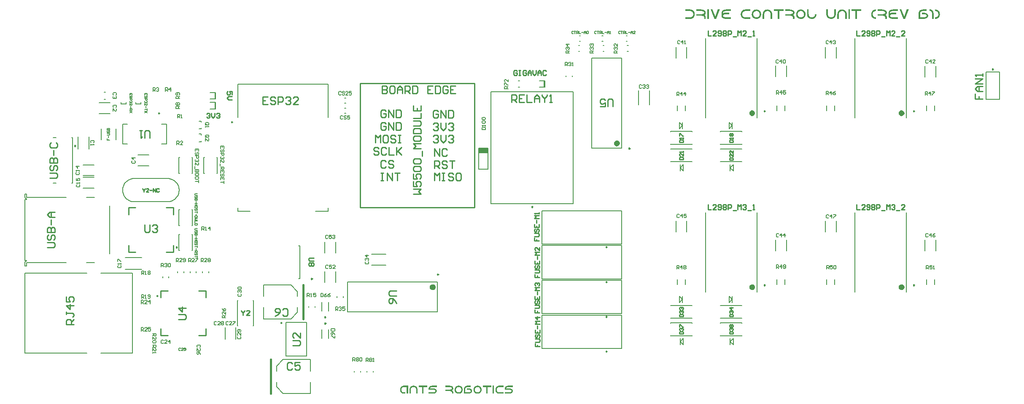
<source format=gto>
G04*
G04 #@! TF.GenerationSoftware,Altium Limited,Altium Designer,21.3.2 (30)*
G04*
G04 Layer_Color=65535*
%FSLAX25Y25*%
%MOIN*%
G70*
G04*
G04 #@! TF.SameCoordinates,B38D24C8-20F9-4C12-AD3A-4427D22FBD9A*
G04*
G04*
G04 #@! TF.FilePolarity,Positive*
G04*
G01*
G75*
%ADD10C,0.00984*%
%ADD11C,0.02362*%
%ADD12C,0.00787*%
%ADD13C,0.00394*%
%ADD14C,0.01000*%
%ADD15C,0.01575*%
%ADD16C,0.00500*%
%ADD17R,0.07284X0.03866*%
%ADD18R,0.00803X0.05118*%
G36*
X688503Y322638D02*
X687260D01*
X684163Y330085D01*
X685731D01*
X687891Y324578D01*
X690090Y330085D01*
X691610D01*
X688503Y322638D01*
D02*
G37*
G36*
X539167Y322638D02*
X537924D01*
X534826Y330085D01*
X536394D01*
X538555Y324578D01*
X540754Y330085D01*
X542274D01*
X539167Y322638D01*
D02*
G37*
G36*
X633858Y326357D02*
Y326347D01*
Y326318D01*
Y326261D01*
X633849Y326194D01*
Y326118D01*
X633830Y326012D01*
X633820Y325898D01*
X633801Y325774D01*
X633772Y325640D01*
X633744Y325496D01*
X633658Y325181D01*
X633610Y325018D01*
X633543Y324846D01*
X633476Y324674D01*
X633390Y324502D01*
X633304Y324320D01*
X633199Y324148D01*
X633074Y323976D01*
X632950Y323814D01*
X632807Y323651D01*
X632644Y323498D01*
X632472Y323355D01*
X632291Y323221D01*
X632080Y323097D01*
X631860Y322982D01*
X631621Y322886D01*
X631363Y322800D01*
X631086Y322733D01*
X630790Y322676D01*
X630465Y322647D01*
X630130Y322638D01*
X630034D01*
X629967Y322647D01*
X629891Y322657D01*
X629786Y322667D01*
X629671Y322676D01*
X629547Y322695D01*
X629413Y322724D01*
X629270Y322752D01*
X628954Y322839D01*
X628619Y322953D01*
X628447Y323020D01*
X628275Y323106D01*
X628094Y323192D01*
X627922Y323298D01*
X627749Y323412D01*
X627587Y323546D01*
X627424Y323689D01*
X627272Y323842D01*
X627128Y324014D01*
X626994Y324206D01*
X626870Y324416D01*
X626755Y324636D01*
X626660Y324875D01*
X626574Y325133D01*
X626507Y325410D01*
X626449Y325707D01*
X626421Y326022D01*
X626411Y326357D01*
Y330085D01*
X627654D01*
Y326357D01*
Y326347D01*
Y326328D01*
Y326299D01*
X627664Y326252D01*
Y326194D01*
X627673Y326127D01*
X627692Y325965D01*
X627730Y325783D01*
X627788Y325573D01*
X627864Y325343D01*
X627960Y325114D01*
X628094Y324884D01*
X628256Y324655D01*
X628352Y324550D01*
X628457Y324445D01*
X628572Y324349D01*
X628696Y324263D01*
X628839Y324177D01*
X628983Y324100D01*
X629145Y324034D01*
X629317Y323976D01*
X629499Y323928D01*
X629690Y323900D01*
X629901Y323881D01*
X630130Y323871D01*
X630187D01*
X630235Y323881D01*
X630293D01*
X630359Y323890D01*
X630522Y323909D01*
X630703Y323948D01*
X630914Y324005D01*
X631143Y324081D01*
X631373Y324186D01*
X631602Y324311D01*
X631832Y324483D01*
X631937Y324578D01*
X632042Y324684D01*
X632138Y324798D01*
X632224Y324923D01*
X632310Y325057D01*
X632386Y325200D01*
X632453Y325362D01*
X632510Y325535D01*
X632558Y325726D01*
X632587Y325917D01*
X632606Y326127D01*
X632616Y326357D01*
Y330085D01*
X633858D01*
Y326357D01*
D02*
G37*
G36*
X712585Y330076D02*
X712671D01*
X712767Y330056D01*
X712881Y330047D01*
X713006Y330028D01*
X713139Y329999D01*
X713283Y329970D01*
X713598Y329884D01*
X713770Y329837D01*
X713942Y329770D01*
X714115Y329703D01*
X714287Y329617D01*
X714459Y329531D01*
X714631Y329425D01*
X714803Y329301D01*
X714975Y329177D01*
X715128Y329033D01*
X715290Y328871D01*
X715434Y328699D01*
X715568Y328517D01*
X715692Y328307D01*
X715807Y328087D01*
X715902Y327848D01*
X715988Y327590D01*
X716055Y327313D01*
X716113Y327016D01*
X716141Y326691D01*
X716151Y326357D01*
Y326347D01*
Y326318D01*
Y326261D01*
X716141Y326194D01*
Y326118D01*
X716122Y326012D01*
X716113Y325898D01*
X716093Y325774D01*
X716065Y325640D01*
X716036Y325496D01*
X715950Y325181D01*
X715902Y325018D01*
X715835Y324846D01*
X715768Y324674D01*
X715682Y324502D01*
X715596Y324320D01*
X715491Y324148D01*
X715367Y323976D01*
X715243Y323814D01*
X715099Y323651D01*
X714937Y323498D01*
X714765Y323355D01*
X714583Y323221D01*
X714373Y323097D01*
X714153Y322982D01*
X713914Y322886D01*
X713656Y322800D01*
X713378Y322733D01*
X713082Y322676D01*
X712757Y322647D01*
X712422Y322638D01*
Y323881D01*
X712480D01*
X712528Y323890D01*
X712585D01*
X712652Y323900D01*
X712814Y323919D01*
X712996Y323957D01*
X713206Y324014D01*
X713436Y324091D01*
X713665Y324186D01*
X713895Y324320D01*
X714124Y324483D01*
X714229Y324578D01*
X714334Y324684D01*
X714430Y324798D01*
X714516Y324923D01*
X714602Y325066D01*
X714679Y325209D01*
X714746Y325372D01*
X714803Y325544D01*
X714851Y325726D01*
X714879Y325917D01*
X714898Y326127D01*
X714908Y326357D01*
Y326366D01*
Y326385D01*
Y326414D01*
Y326462D01*
X714898Y326519D01*
X714889Y326586D01*
X714870Y326749D01*
X714831Y326930D01*
X714774Y327141D01*
X714698Y327370D01*
X714602Y327600D01*
X714468Y327829D01*
X714306Y328058D01*
X714210Y328164D01*
X714105Y328269D01*
X713981Y328364D01*
X713856Y328450D01*
X713723Y328536D01*
X713579Y328613D01*
X713417Y328680D01*
X713245Y328737D01*
X713063Y328785D01*
X712862Y328814D01*
X712652Y328833D01*
X712422Y328842D01*
Y330085D01*
X712518D01*
X712585Y330076D01*
D02*
G37*
G36*
X708799D02*
X708856D01*
X708923Y330056D01*
X709086Y330028D01*
X709268Y329970D01*
X709478Y329884D01*
X709593Y329837D01*
X709707Y329770D01*
X709822Y329703D01*
X709937Y329617D01*
X710052Y329531D01*
X710166Y329425D01*
X710281Y329301D01*
X710396Y329177D01*
X710501Y329033D01*
X710606Y328871D01*
X710702Y328699D01*
X710788Y328517D01*
X710874Y328307D01*
X710950Y328087D01*
X711017Y327848D01*
X711074Y327590D01*
X711122Y327313D01*
X711151Y327016D01*
X711170Y326691D01*
X711180Y326357D01*
Y322638D01*
X709937D01*
Y326357D01*
Y326366D01*
Y326385D01*
Y326414D01*
Y326462D01*
Y326519D01*
X709927Y326586D01*
X709918Y326749D01*
X709899Y326930D01*
X709870Y327141D01*
X709832Y327370D01*
X709784Y327600D01*
X709717Y327829D01*
X709631Y328058D01*
X709535Y328269D01*
X709411Y328450D01*
X709268Y328613D01*
X709191Y328680D01*
X709105Y328737D01*
X709010Y328785D01*
X708914Y328814D01*
X708809Y328833D01*
X708694Y328842D01*
X708073D01*
Y330085D01*
X708751D01*
X708799Y330076D01*
D02*
G37*
G36*
X705587Y328842D02*
X702939D01*
X702872Y328833D01*
X702719Y328823D01*
X702528Y328804D01*
X702317Y328775D01*
X702098Y328737D01*
X701868Y328689D01*
X701629Y328622D01*
X701409Y328536D01*
X701199Y328441D01*
X701017Y328316D01*
X700855Y328173D01*
X700788Y328097D01*
X700731Y328011D01*
X700683Y327915D01*
X700654Y327819D01*
X700635Y327714D01*
X700625Y327600D01*
Y323881D01*
X703207D01*
X703264Y323890D01*
X703331D01*
X703493Y323900D01*
X703675Y323919D01*
X703885Y323948D01*
X704115Y323986D01*
X704344Y324034D01*
X704574Y324100D01*
X704803Y324186D01*
X705013Y324282D01*
X705195Y324406D01*
X705358Y324550D01*
X705424Y324626D01*
X705482Y324712D01*
X705530Y324808D01*
X705558Y324903D01*
X705578Y325009D01*
X705587Y325123D01*
Y325133D01*
Y325181D01*
X705568Y325238D01*
X705549Y325315D01*
X705511Y325410D01*
X705453Y325515D01*
X705377Y325630D01*
X705281Y325745D01*
X705147Y325859D01*
X704985Y325974D01*
X704889Y326032D01*
X704784Y326079D01*
X704660Y326127D01*
X704535Y326175D01*
X704402Y326213D01*
X704258Y326252D01*
X704096Y326290D01*
X703924Y326309D01*
X703742Y326338D01*
X703541Y326357D01*
X703331Y326366D01*
X701859D01*
Y327609D01*
X703264D01*
X703350Y327600D01*
X703446Y327590D01*
X703560Y327580D01*
X703685Y327571D01*
X703818Y327552D01*
X703962Y327533D01*
X704277Y327475D01*
X704622Y327399D01*
X704966Y327303D01*
X705310Y327169D01*
X705654Y327007D01*
X705807Y326911D01*
X705969Y326806D01*
X706113Y326682D01*
X706247Y326557D01*
X706371Y326424D01*
X706486Y326280D01*
X706581Y326118D01*
X706667Y325946D01*
X706734Y325764D01*
X706792Y325563D01*
X706820Y325353D01*
X706830Y325123D01*
Y325114D01*
Y325095D01*
Y325066D01*
X706820Y325018D01*
Y324961D01*
X706801Y324894D01*
X706773Y324731D01*
X706715Y324550D01*
X706629Y324340D01*
X706581Y324225D01*
X706514Y324110D01*
X706447Y323995D01*
X706361Y323881D01*
X706275Y323766D01*
X706170Y323651D01*
X706046Y323536D01*
X705922Y323422D01*
X705778Y323317D01*
X705616Y323211D01*
X705444Y323116D01*
X705262Y323030D01*
X705052Y322944D01*
X704832Y322867D01*
X704593Y322800D01*
X704335Y322743D01*
X704057Y322695D01*
X703761Y322667D01*
X703436Y322647D01*
X703101Y322638D01*
X699383D01*
Y327600D01*
Y327609D01*
Y327628D01*
Y327657D01*
X699392Y327705D01*
X699402Y327762D01*
X699411Y327829D01*
X699440Y327991D01*
X699497Y328173D01*
X699583Y328383D01*
X699698Y328613D01*
X699765Y328728D01*
X699851Y328842D01*
X699937Y328957D01*
X700042Y329072D01*
X700157Y329186D01*
X700291Y329301D01*
X700434Y329406D01*
X700587Y329511D01*
X700759Y329607D01*
X700950Y329693D01*
X701161Y329779D01*
X701381Y329856D01*
X701620Y329923D01*
X701878Y329980D01*
X702155Y330028D01*
X702451Y330056D01*
X702767Y330076D01*
X703101Y330085D01*
X705587D01*
Y328842D01*
D02*
G37*
G36*
X682920D02*
X679029D01*
X678962Y328833D01*
X678809Y328823D01*
X678618Y328804D01*
X678408Y328775D01*
X678188Y328737D01*
X677959Y328689D01*
X677720Y328622D01*
X677500Y328536D01*
X677289Y328441D01*
X677108Y328316D01*
X676945Y328173D01*
X676878Y328097D01*
X676821Y328011D01*
X676773Y327915D01*
X676745Y327819D01*
X676725Y327714D01*
X676716Y327600D01*
Y327160D01*
X676725Y327169D01*
X676754Y327179D01*
X676811Y327198D01*
X676878Y327227D01*
X676974Y327265D01*
X677079Y327303D01*
X677213Y327341D01*
X677366Y327389D01*
X677528Y327427D01*
X677720Y327466D01*
X677920Y327504D01*
X678140Y327542D01*
X678379Y327571D01*
X678637Y327590D01*
X678905Y327609D01*
X681677D01*
Y326366D01*
X679029D01*
X678972Y326357D01*
X678809Y326347D01*
X678628Y326328D01*
X678427Y326299D01*
X678207Y326271D01*
X677978Y326223D01*
X677748Y326156D01*
X677528Y326079D01*
X677318Y325984D01*
X677127Y325869D01*
X676964Y325735D01*
X676897Y325659D01*
X676840Y325573D01*
X676792Y325487D01*
X676754Y325391D01*
X676725Y325286D01*
X676716Y325181D01*
Y325123D01*
Y325114D01*
X676725Y325066D01*
X676735Y325009D01*
X676754Y324932D01*
X676792Y324837D01*
X676850Y324731D01*
X676926Y324617D01*
X677022Y324502D01*
X677156Y324387D01*
X677318Y324273D01*
X677414Y324225D01*
X677519Y324167D01*
X677634Y324120D01*
X677758Y324072D01*
X677901Y324034D01*
X678045Y323995D01*
X678207Y323967D01*
X678379Y323938D01*
X678561Y323909D01*
X678752Y323890D01*
X678972Y323881D01*
X682920D01*
Y322638D01*
X679096D01*
X679029Y322647D01*
X678953D01*
X678848Y322657D01*
X678733Y322667D01*
X678609Y322676D01*
X678475Y322695D01*
X678332Y322714D01*
X678016Y322772D01*
X677681Y322848D01*
X677337Y322944D01*
X676983Y323078D01*
X676649Y323240D01*
X676486Y323336D01*
X676333Y323441D01*
X676190Y323556D01*
X676056Y323680D01*
X675932Y323823D01*
X675817Y323967D01*
X675722Y324129D01*
X675635Y324301D01*
X675569Y324483D01*
X675511Y324674D01*
X675483Y324884D01*
X675473Y325114D01*
Y327600D01*
Y327609D01*
Y327628D01*
Y327657D01*
X675483Y327705D01*
X675492Y327762D01*
X675502Y327829D01*
X675530Y327991D01*
X675588Y328173D01*
X675674Y328383D01*
X675788Y328613D01*
X675855Y328728D01*
X675942Y328842D01*
X676027Y328957D01*
X676133Y329072D01*
X676247Y329186D01*
X676381Y329301D01*
X676525Y329406D01*
X676678Y329511D01*
X676850Y329607D01*
X677041Y329693D01*
X677251Y329779D01*
X677471Y329856D01*
X677710Y329923D01*
X677968Y329980D01*
X678245Y330028D01*
X678542Y330056D01*
X678857Y330076D01*
X679192Y330085D01*
X682920D01*
Y328842D01*
D02*
G37*
G36*
X670750Y330076D02*
X670846Y330066D01*
X670961Y330056D01*
X671085Y330047D01*
X671219Y330028D01*
X671362Y330009D01*
X671678Y329951D01*
X672022Y329875D01*
X672366Y329779D01*
X672710Y329645D01*
X673054Y329483D01*
X673207Y329387D01*
X673370Y329282D01*
X673513Y329158D01*
X673647Y329033D01*
X673771Y328900D01*
X673886Y328756D01*
X673982Y328594D01*
X674068Y328422D01*
X674135Y328240D01*
X674192Y328039D01*
X674221Y327829D01*
X674230Y327600D01*
Y327590D01*
Y327542D01*
X674221Y327485D01*
Y327399D01*
X674202Y327294D01*
X674182Y327179D01*
X674154Y327045D01*
X674116Y326902D01*
X674068Y326758D01*
X674001Y326605D01*
X673924Y326443D01*
X673838Y326290D01*
X673724Y326146D01*
X673599Y326003D01*
X673456Y325869D01*
X673293Y325745D01*
X673303Y325735D01*
X673332Y325716D01*
X673379Y325678D01*
X673437Y325630D01*
X673513Y325563D01*
X673590Y325487D01*
X673676Y325391D01*
X673762Y325276D01*
X673848Y325152D01*
X673934Y325018D01*
X674010Y324865D01*
X674087Y324693D01*
X674144Y324512D01*
X674192Y324320D01*
X674221Y324110D01*
X674230Y323881D01*
Y322638D01*
X672987D01*
Y323881D01*
Y323890D01*
Y323938D01*
X672968Y323995D01*
X672949Y324072D01*
X672911Y324167D01*
X672854Y324273D01*
X672777Y324387D01*
X672682Y324502D01*
X672548Y324617D01*
X672385Y324731D01*
X672290Y324789D01*
X672184Y324837D01*
X672060Y324884D01*
X671936Y324932D01*
X671802Y324971D01*
X671659Y325009D01*
X671496Y325047D01*
X671324Y325066D01*
X671142Y325095D01*
X670942Y325114D01*
X670731Y325123D01*
X666783D01*
Y326366D01*
X670607D01*
X670664Y326376D01*
X670731D01*
X670894Y326385D01*
X671075Y326405D01*
X671286Y326433D01*
X671515Y326471D01*
X671745Y326519D01*
X671974Y326586D01*
X672203Y326672D01*
X672414Y326768D01*
X672596Y326883D01*
X672758Y327026D01*
X672825Y327112D01*
X672882Y327188D01*
X672930Y327284D01*
X672959Y327380D01*
X672978Y327485D01*
X672987Y327600D01*
Y327609D01*
Y327657D01*
X672968Y327714D01*
X672949Y327791D01*
X672911Y327886D01*
X672854Y327991D01*
X672777Y328106D01*
X672682Y328221D01*
X672548Y328336D01*
X672385Y328450D01*
X672290Y328508D01*
X672184Y328555D01*
X672060Y328603D01*
X671936Y328651D01*
X671802Y328689D01*
X671659Y328728D01*
X671496Y328766D01*
X671324Y328785D01*
X671142Y328814D01*
X670942Y328833D01*
X670731Y328842D01*
X666783D01*
Y330085D01*
X670664D01*
X670750Y330076D01*
D02*
G37*
G36*
X665531Y328842D02*
X665425D01*
X665368Y328833D01*
X665301Y328823D01*
X665148Y328804D01*
X664957Y328766D01*
X664747Y328708D01*
X664527Y328632D01*
X664297Y328536D01*
X664058Y328402D01*
X663838Y328240D01*
X663733Y328144D01*
X663628Y328039D01*
X663533Y327915D01*
X663447Y327791D01*
X663361Y327657D01*
X663284Y327513D01*
X663217Y327351D01*
X663160Y327179D01*
X663112Y326997D01*
X663083Y326796D01*
X663064Y326586D01*
X663055Y326357D01*
Y326347D01*
Y326328D01*
Y326299D01*
X663064Y326252D01*
Y326194D01*
X663074Y326127D01*
X663093Y325974D01*
X663131Y325783D01*
X663188Y325573D01*
X663265Y325353D01*
X663361Y325123D01*
X663494Y324884D01*
X663657Y324665D01*
X663753Y324559D01*
X663858Y324454D01*
X663972Y324359D01*
X664097Y324273D01*
X664240Y324186D01*
X664383Y324110D01*
X664546Y324043D01*
X664718Y323986D01*
X664900Y323938D01*
X665091Y323909D01*
X665301Y323890D01*
X665531Y323881D01*
Y322638D01*
X665435D01*
X665368Y322647D01*
X665292Y322657D01*
X665187Y322667D01*
X665072Y322676D01*
X664948Y322695D01*
X664814Y322724D01*
X664670Y322753D01*
X664355Y322839D01*
X664020Y322953D01*
X663848Y323020D01*
X663676Y323106D01*
X663494Y323192D01*
X663322Y323298D01*
X663150Y323412D01*
X662988Y323546D01*
X662825Y323689D01*
X662672Y323842D01*
X662529Y324014D01*
X662395Y324206D01*
X662271Y324416D01*
X662156Y324636D01*
X662060Y324875D01*
X661974Y325133D01*
X661907Y325410D01*
X661850Y325707D01*
X661821Y326022D01*
X661812Y326357D01*
Y326366D01*
Y326395D01*
Y326452D01*
X661821Y326519D01*
X661831Y326605D01*
X661840Y326701D01*
X661850Y326816D01*
X661869Y326940D01*
X661898Y327074D01*
X661927Y327217D01*
X662013Y327533D01*
X662127Y327877D01*
X662194Y328049D01*
X662280Y328221D01*
X662366Y328393D01*
X662471Y328565D01*
X662586Y328737D01*
X662720Y328909D01*
X662863Y329062D01*
X663016Y329225D01*
X663188Y329368D01*
X663380Y329502D01*
X663590Y329626D01*
X663810Y329741D01*
X664049Y329837D01*
X664307Y329923D01*
X664584Y329990D01*
X664881Y330047D01*
X665196Y330076D01*
X665531Y330085D01*
Y328842D01*
D02*
G37*
G36*
X654039Y328842D02*
X650627D01*
Y322638D01*
X649384D01*
Y328842D01*
X646277D01*
Y330085D01*
X654039D01*
Y328842D01*
D02*
G37*
G36*
X645034Y322638D02*
X643791D01*
Y330085D01*
X645034D01*
Y322638D01*
D02*
G37*
G36*
X638982Y330076D02*
X639069D01*
X639164Y330056D01*
X639279Y330047D01*
X639403Y330028D01*
X639537Y329999D01*
X639680Y329970D01*
X639996Y329884D01*
X640168Y329837D01*
X640340Y329770D01*
X640512Y329703D01*
X640684Y329617D01*
X640856Y329531D01*
X641028Y329425D01*
X641200Y329301D01*
X641372Y329177D01*
X641526Y329033D01*
X641688Y328871D01*
X641831Y328699D01*
X641965Y328517D01*
X642090Y328307D01*
X642204Y328087D01*
X642300Y327848D01*
X642386Y327590D01*
X642453Y327313D01*
X642510Y327016D01*
X642539Y326691D01*
X642548Y326357D01*
Y322638D01*
X641306D01*
Y326357D01*
Y326366D01*
Y326385D01*
Y326414D01*
Y326462D01*
X641296Y326519D01*
X641287Y326586D01*
X641267Y326749D01*
X641229Y326930D01*
X641172Y327141D01*
X641095Y327370D01*
X641000Y327600D01*
X640866Y327829D01*
X640703Y328058D01*
X640608Y328164D01*
X640503Y328269D01*
X640378Y328364D01*
X640254Y328450D01*
X640120Y328536D01*
X639977Y328613D01*
X639814Y328680D01*
X639642Y328737D01*
X639461Y328785D01*
X639260Y328814D01*
X639049Y328833D01*
X638820Y328842D01*
X638715D01*
X638658Y328833D01*
X638590Y328823D01*
X638438Y328804D01*
X638246Y328766D01*
X638036Y328708D01*
X637816Y328632D01*
X637587Y328536D01*
X637348Y328402D01*
X637128Y328240D01*
X637023Y328144D01*
X636918Y328039D01*
X636822Y327915D01*
X636736Y327791D01*
X636650Y327657D01*
X636573Y327513D01*
X636507Y327351D01*
X636449Y327179D01*
X636401Y326997D01*
X636373Y326796D01*
X636353Y326586D01*
X636344Y326357D01*
Y322638D01*
X635101D01*
Y326357D01*
Y326366D01*
Y326395D01*
Y326452D01*
X635111Y326519D01*
X635120Y326605D01*
X635130Y326701D01*
X635139Y326816D01*
X635158Y326940D01*
X635187Y327074D01*
X635216Y327217D01*
X635302Y327533D01*
X635417Y327877D01*
X635484Y328049D01*
X635570Y328221D01*
X635656Y328393D01*
X635761Y328565D01*
X635876Y328737D01*
X636009Y328909D01*
X636153Y329062D01*
X636306Y329225D01*
X636478Y329368D01*
X636669Y329502D01*
X636879Y329626D01*
X637099Y329741D01*
X637338Y329837D01*
X637596Y329923D01*
X637874Y329990D01*
X638170Y330047D01*
X638485Y330076D01*
X638820Y330085D01*
X638916D01*
X638982Y330076D01*
D02*
G37*
G36*
X612434Y326357D02*
Y326347D01*
Y326328D01*
Y326299D01*
X612444Y326252D01*
Y326194D01*
X612454Y326127D01*
X612473Y325974D01*
X612511Y325783D01*
X612568Y325573D01*
X612645Y325353D01*
X612740Y325123D01*
X612874Y324884D01*
X613037Y324664D01*
X613132Y324559D01*
X613237Y324454D01*
X613352Y324359D01*
X613476Y324273D01*
X613620Y324186D01*
X613763Y324110D01*
X613926Y324043D01*
X614098Y323986D01*
X614280Y323938D01*
X614471Y323909D01*
X614681Y323890D01*
X614910Y323881D01*
X614968D01*
X615016Y323890D01*
X615073D01*
X615140Y323900D01*
X615302Y323919D01*
X615484Y323957D01*
X615694Y324014D01*
X615924Y324091D01*
X616153Y324186D01*
X616383Y324320D01*
X616612Y324483D01*
X616717Y324578D01*
X616822Y324684D01*
X616918Y324798D01*
X617004Y324923D01*
X617090Y325066D01*
X617167Y325209D01*
X617234Y325372D01*
X617291Y325544D01*
X617339Y325726D01*
X617367Y325917D01*
X617386Y326127D01*
X617396Y326357D01*
X618639D01*
Y326347D01*
Y326318D01*
Y326261D01*
X618629Y326194D01*
Y326118D01*
X618610Y326012D01*
X618601Y325898D01*
X618581Y325774D01*
X618553Y325640D01*
X618524Y325496D01*
X618438Y325181D01*
X618390Y325018D01*
X618323Y324846D01*
X618256Y324674D01*
X618170Y324502D01*
X618084Y324320D01*
X617979Y324148D01*
X617855Y323976D01*
X617731Y323814D01*
X617587Y323651D01*
X617425Y323498D01*
X617253Y323355D01*
X617071Y323221D01*
X616861Y323097D01*
X616641Y322982D01*
X616402Y322886D01*
X616144Y322800D01*
X615866Y322733D01*
X615570Y322676D01*
X615245Y322647D01*
X614910Y322638D01*
X614815D01*
X614748Y322647D01*
X614671Y322657D01*
X614566Y322667D01*
X614452Y322676D01*
X614327Y322695D01*
X614193Y322724D01*
X614050Y322752D01*
X613735Y322839D01*
X613400Y322953D01*
X613228Y323020D01*
X613056Y323106D01*
X612874Y323192D01*
X612702Y323298D01*
X612530Y323412D01*
X612367Y323546D01*
X612205Y323689D01*
X612052Y323842D01*
X611909Y324014D01*
X611775Y324206D01*
X611651Y324416D01*
X611536Y324636D01*
X611440Y324875D01*
X611354Y325133D01*
X611287Y325410D01*
X611230Y325707D01*
X611201Y326022D01*
X611192Y326357D01*
Y330085D01*
X612434D01*
Y326357D01*
D02*
G37*
G36*
X606383Y330076D02*
X606469D01*
X606565Y330056D01*
X606679Y330047D01*
X606804Y330028D01*
X606937Y329999D01*
X607081Y329970D01*
X607396Y329884D01*
X607568Y329837D01*
X607740Y329770D01*
X607912Y329703D01*
X608085Y329617D01*
X608257Y329531D01*
X608429Y329425D01*
X608601Y329301D01*
X608773Y329177D01*
X608926Y329033D01*
X609088Y328871D01*
X609232Y328699D01*
X609366Y328517D01*
X609490Y328307D01*
X609605Y328087D01*
X609700Y327848D01*
X609786Y327590D01*
X609853Y327313D01*
X609910Y327016D01*
X609939Y326691D01*
X609949Y326357D01*
Y326347D01*
Y326318D01*
Y326261D01*
X609939Y326194D01*
Y326118D01*
X609920Y326012D01*
X609910Y325898D01*
X609891Y325774D01*
X609863Y325640D01*
X609834Y325496D01*
X609748Y325181D01*
X609700Y325018D01*
X609633Y324846D01*
X609566Y324674D01*
X609480Y324502D01*
X609394Y324320D01*
X609289Y324148D01*
X609165Y323976D01*
X609041Y323814D01*
X608897Y323651D01*
X608735Y323498D01*
X608563Y323355D01*
X608381Y323221D01*
X608171Y323097D01*
X607951Y322982D01*
X607712Y322886D01*
X607454Y322800D01*
X607176Y322733D01*
X606880Y322676D01*
X606555Y322647D01*
X606220Y322638D01*
X606125D01*
X606058Y322647D01*
X605981Y322657D01*
X605876Y322667D01*
X605761Y322676D01*
X605637Y322695D01*
X605503Y322724D01*
X605360Y322752D01*
X605045Y322839D01*
X604710Y322953D01*
X604538Y323020D01*
X604366Y323106D01*
X604184Y323192D01*
X604012Y323298D01*
X603840Y323412D01*
X603677Y323546D01*
X603515Y323689D01*
X603362Y323842D01*
X603219Y324014D01*
X603085Y324206D01*
X602960Y324416D01*
X602846Y324636D01*
X602750Y324875D01*
X602664Y325133D01*
X602597Y325410D01*
X602540Y325707D01*
X602511Y326022D01*
X602502Y326357D01*
Y326366D01*
Y326395D01*
Y326452D01*
X602511Y326519D01*
X602521Y326605D01*
X602530Y326701D01*
X602540Y326816D01*
X602559Y326940D01*
X602588Y327074D01*
X602616Y327217D01*
X602702Y327533D01*
X602817Y327877D01*
X602884Y328049D01*
X602970Y328221D01*
X603056Y328393D01*
X603161Y328565D01*
X603276Y328737D01*
X603410Y328909D01*
X603553Y329062D01*
X603706Y329225D01*
X603878Y329368D01*
X604069Y329502D01*
X604280Y329626D01*
X604500Y329741D01*
X604739Y329837D01*
X604997Y329923D01*
X605274Y329990D01*
X605570Y330047D01*
X605886Y330076D01*
X606220Y330085D01*
X606316D01*
X606383Y330076D01*
D02*
G37*
G36*
X597779Y330076D02*
X597874Y330066D01*
X597989Y330056D01*
X598113Y330047D01*
X598247Y330028D01*
X598391Y330009D01*
X598706Y329951D01*
X599050Y329875D01*
X599395Y329779D01*
X599739Y329645D01*
X600083Y329483D01*
X600236Y329387D01*
X600398Y329282D01*
X600542Y329158D01*
X600676Y329033D01*
X600800Y328900D01*
X600915Y328756D01*
X601010Y328594D01*
X601096Y328422D01*
X601163Y328240D01*
X601221Y328039D01*
X601249Y327829D01*
X601259Y327600D01*
Y327590D01*
Y327542D01*
X601249Y327485D01*
Y327399D01*
X601230Y327293D01*
X601211Y327179D01*
X601182Y327045D01*
X601144Y326902D01*
X601096Y326758D01*
X601029Y326605D01*
X600953Y326443D01*
X600867Y326290D01*
X600752Y326146D01*
X600628Y326003D01*
X600484Y325869D01*
X600322Y325745D01*
X600331Y325735D01*
X600360Y325716D01*
X600408Y325678D01*
X600465Y325630D01*
X600542Y325563D01*
X600618Y325487D01*
X600704Y325391D01*
X600790Y325276D01*
X600876Y325152D01*
X600962Y325018D01*
X601039Y324865D01*
X601115Y324693D01*
X601173Y324512D01*
X601221Y324320D01*
X601249Y324110D01*
X601259Y323881D01*
Y322638D01*
X600016Y322638D01*
Y323881D01*
Y323890D01*
Y323938D01*
X599997Y323995D01*
X599978Y324072D01*
X599939Y324167D01*
X599882Y324273D01*
X599806Y324387D01*
X599710Y324502D01*
X599576Y324617D01*
X599414Y324731D01*
X599318Y324789D01*
X599213Y324837D01*
X599089Y324884D01*
X598964Y324932D01*
X598831Y324970D01*
X598687Y325009D01*
X598525Y325047D01*
X598352Y325066D01*
X598171Y325095D01*
X597970Y325114D01*
X597760Y325123D01*
X593812D01*
Y326366D01*
X597636D01*
X597693Y326376D01*
X597760D01*
X597922Y326385D01*
X598104Y326404D01*
X598314Y326433D01*
X598544Y326471D01*
X598773Y326519D01*
X599003Y326586D01*
X599232Y326672D01*
X599442Y326768D01*
X599624Y326883D01*
X599787Y327026D01*
X599853Y327112D01*
X599911Y327188D01*
X599959Y327284D01*
X599987Y327380D01*
X600006Y327485D01*
X600016Y327599D01*
Y327609D01*
Y327657D01*
X599997Y327714D01*
X599978Y327791D01*
X599939Y327886D01*
X599882Y327991D01*
X599806Y328106D01*
X599710Y328221D01*
X599576Y328336D01*
X599414Y328450D01*
X599318Y328508D01*
X599213Y328555D01*
X599089Y328603D01*
X598964Y328651D01*
X598831Y328689D01*
X598687Y328728D01*
X598525Y328766D01*
X598352Y328785D01*
X598171Y328814D01*
X597970Y328833D01*
X597760Y328842D01*
X593812D01*
Y330085D01*
X597693D01*
X597779Y330076D01*
D02*
G37*
G36*
X592569Y328842D02*
X589156D01*
Y322638D01*
X587913D01*
Y328842D01*
X584806D01*
Y330085D01*
X592569D01*
Y328842D01*
D02*
G37*
G36*
X579997Y330076D02*
X580083D01*
X580179Y330056D01*
X580294Y330047D01*
X580418Y330028D01*
X580552Y329999D01*
X580695Y329970D01*
X581011Y329884D01*
X581183Y329837D01*
X581355Y329770D01*
X581527Y329703D01*
X581699Y329617D01*
X581871Y329531D01*
X582043Y329425D01*
X582215Y329301D01*
X582387Y329177D01*
X582540Y329033D01*
X582703Y328871D01*
X582846Y328699D01*
X582980Y328517D01*
X583104Y328307D01*
X583219Y328087D01*
X583315Y327848D01*
X583401Y327590D01*
X583468Y327313D01*
X583525Y327016D01*
X583554Y326691D01*
X583563Y326357D01*
Y322638D01*
X582320D01*
Y326357D01*
Y326366D01*
Y326385D01*
Y326414D01*
Y326462D01*
X582311Y326519D01*
X582301Y326586D01*
X582282Y326749D01*
X582244Y326930D01*
X582187Y327141D01*
X582110Y327370D01*
X582015Y327599D01*
X581881Y327829D01*
X581718Y328058D01*
X581623Y328164D01*
X581517Y328269D01*
X581393Y328364D01*
X581269Y328450D01*
X581135Y328536D01*
X580992Y328613D01*
X580829Y328680D01*
X580657Y328737D01*
X580475Y328785D01*
X580274Y328814D01*
X580064Y328833D01*
X579835Y328842D01*
X579730D01*
X579672Y328833D01*
X579605Y328823D01*
X579452Y328804D01*
X579261Y328766D01*
X579051Y328708D01*
X578831Y328632D01*
X578602Y328536D01*
X578363Y328402D01*
X578143Y328240D01*
X578038Y328144D01*
X577932Y328039D01*
X577837Y327915D01*
X577751Y327791D01*
X577665Y327657D01*
X577588Y327513D01*
X577521Y327351D01*
X577464Y327179D01*
X577416Y326997D01*
X577387Y326796D01*
X577368Y326586D01*
X577359Y326357D01*
Y322638D01*
X576116D01*
Y326357D01*
Y326366D01*
Y326395D01*
Y326452D01*
X576125Y326519D01*
X576135Y326605D01*
X576145Y326701D01*
X576154Y326816D01*
X576173Y326940D01*
X576202Y327074D01*
X576231Y327217D01*
X576317Y327533D01*
X576431Y327877D01*
X576498Y328049D01*
X576584Y328221D01*
X576670Y328393D01*
X576776Y328565D01*
X576890Y328737D01*
X577024Y328909D01*
X577168Y329062D01*
X577320Y329225D01*
X577493Y329368D01*
X577684Y329502D01*
X577894Y329626D01*
X578114Y329741D01*
X578353Y329837D01*
X578611Y329923D01*
X578888Y329989D01*
X579185Y330047D01*
X579500Y330076D01*
X579835Y330085D01*
X579930D01*
X579997Y330076D01*
D02*
G37*
G36*
X571307D02*
X571393D01*
X571489Y330056D01*
X571604Y330047D01*
X571728Y330028D01*
X571862Y329999D01*
X572005Y329970D01*
X572321Y329884D01*
X572493Y329837D01*
X572665Y329770D01*
X572837Y329703D01*
X573009Y329617D01*
X573181Y329531D01*
X573353Y329425D01*
X573525Y329301D01*
X573697Y329177D01*
X573850Y329033D01*
X574013Y328871D01*
X574156Y328699D01*
X574290Y328517D01*
X574414Y328307D01*
X574529Y328087D01*
X574625Y327848D01*
X574711Y327590D01*
X574778Y327313D01*
X574835Y327016D01*
X574864Y326691D01*
X574873Y326357D01*
Y326347D01*
Y326318D01*
Y326261D01*
X574864Y326194D01*
Y326118D01*
X574845Y326012D01*
X574835Y325898D01*
X574816Y325774D01*
X574787Y325640D01*
X574758Y325496D01*
X574672Y325181D01*
X574625Y325018D01*
X574558Y324846D01*
X574491Y324674D01*
X574405Y324502D01*
X574319Y324320D01*
X574214Y324148D01*
X574089Y323976D01*
X573965Y323814D01*
X573822Y323651D01*
X573659Y323498D01*
X573487Y323355D01*
X573305Y323221D01*
X573095Y323097D01*
X572875Y322982D01*
X572636Y322886D01*
X572378Y322800D01*
X572101Y322733D01*
X571804Y322676D01*
X571479Y322647D01*
X571145Y322638D01*
X571049D01*
X570982Y322647D01*
X570906Y322657D01*
X570801Y322667D01*
X570686Y322676D01*
X570562Y322695D01*
X570428Y322724D01*
X570284Y322752D01*
X569969Y322839D01*
X569634Y322953D01*
X569462Y323020D01*
X569290Y323106D01*
X569108Y323192D01*
X568936Y323297D01*
X568764Y323412D01*
X568602Y323546D01*
X568439Y323689D01*
X568286Y323842D01*
X568143Y324014D01*
X568009Y324206D01*
X567885Y324416D01*
X567770Y324636D01*
X567674Y324875D01*
X567588Y325133D01*
X567521Y325410D01*
X567464Y325707D01*
X567436Y326022D01*
X567426Y326357D01*
Y326366D01*
Y326395D01*
Y326452D01*
X567436Y326519D01*
X567445Y326605D01*
X567455Y326701D01*
X567464Y326816D01*
X567483Y326940D01*
X567512Y327074D01*
X567541Y327217D01*
X567627Y327533D01*
X567741Y327877D01*
X567808Y328049D01*
X567894Y328221D01*
X567980Y328393D01*
X568085Y328565D01*
X568200Y328737D01*
X568334Y328909D01*
X568477Y329062D01*
X568631Y329225D01*
X568802Y329368D01*
X568994Y329502D01*
X569204Y329626D01*
X569424Y329741D01*
X569663Y329837D01*
X569921Y329923D01*
X570198Y329989D01*
X570495Y330047D01*
X570810Y330076D01*
X571145Y330085D01*
X571240D01*
X571307Y330076D01*
D02*
G37*
G36*
X566183Y328842D02*
X562350D01*
X562292Y328833D01*
X562225Y328823D01*
X562072Y328804D01*
X561881Y328766D01*
X561671Y328708D01*
X561451Y328632D01*
X561222Y328536D01*
X560983Y328402D01*
X560763Y328240D01*
X560657Y328144D01*
X560552Y328039D01*
X560457Y327915D01*
X560371Y327791D01*
X560285Y327657D01*
X560208Y327513D01*
X560141Y327351D01*
X560084Y327179D01*
X560036Y326997D01*
X560007Y326796D01*
X559988Y326586D01*
X559979Y326357D01*
Y326347D01*
Y326328D01*
Y326299D01*
X559988Y326252D01*
Y326194D01*
X559998Y326127D01*
X560017Y325974D01*
X560055Y325783D01*
X560112Y325573D01*
X560189Y325353D01*
X560285Y325123D01*
X560418Y324884D01*
X560581Y324664D01*
X560677Y324559D01*
X560782Y324454D01*
X560896Y324359D01*
X561021Y324273D01*
X561164Y324186D01*
X561307Y324110D01*
X561470Y324043D01*
X561642Y323986D01*
X561824Y323938D01*
X562015Y323909D01*
X562225Y323890D01*
X562455Y323881D01*
X566183D01*
Y322638D01*
X562359D01*
X562292Y322647D01*
X562216Y322657D01*
X562111Y322667D01*
X561996Y322676D01*
X561872Y322695D01*
X561738Y322724D01*
X561594Y322752D01*
X561279Y322839D01*
X560944Y322953D01*
X560772Y323020D01*
X560600Y323106D01*
X560418Y323192D01*
X560246Y323297D01*
X560074Y323412D01*
X559912Y323546D01*
X559749Y323689D01*
X559596Y323842D01*
X559453Y324014D01*
X559319Y324206D01*
X559195Y324416D01*
X559080Y324636D01*
X558984Y324875D01*
X558898Y325133D01*
X558832Y325410D01*
X558774Y325707D01*
X558745Y326022D01*
X558736Y326357D01*
Y326366D01*
Y326395D01*
Y326452D01*
X558745Y326519D01*
X558755Y326605D01*
X558765Y326701D01*
X558774Y326816D01*
X558793Y326940D01*
X558822Y327074D01*
X558851Y327217D01*
X558937Y327533D01*
X559051Y327877D01*
X559118Y328049D01*
X559204Y328221D01*
X559290Y328393D01*
X559396Y328565D01*
X559510Y328737D01*
X559644Y328909D01*
X559788Y329062D01*
X559940Y329225D01*
X560112Y329368D01*
X560304Y329502D01*
X560514Y329626D01*
X560734Y329741D01*
X560973Y329837D01*
X561231Y329923D01*
X561508Y329989D01*
X561805Y330047D01*
X562120Y330076D01*
X562455Y330085D01*
X566183D01*
Y328842D01*
D02*
G37*
G36*
X550964D02*
X547073D01*
X547006Y328833D01*
X546853Y328823D01*
X546662Y328804D01*
X546451Y328775D01*
X546231Y328737D01*
X546002Y328689D01*
X545763Y328622D01*
X545543Y328536D01*
X545333Y328441D01*
X545151Y328316D01*
X544989Y328173D01*
X544922Y328097D01*
X544864Y328011D01*
X544816Y327915D01*
X544788Y327819D01*
X544769Y327714D01*
X544759Y327599D01*
Y327160D01*
X544769Y327169D01*
X544797Y327179D01*
X544855Y327198D01*
X544922Y327227D01*
X545017Y327265D01*
X545122Y327303D01*
X545256Y327341D01*
X545409Y327389D01*
X545572Y327427D01*
X545763Y327466D01*
X545964Y327504D01*
X546184Y327542D01*
X546423Y327571D01*
X546681Y327590D01*
X546948Y327609D01*
X549721D01*
Y326366D01*
X547073D01*
X547015Y326357D01*
X546853Y326347D01*
X546671Y326328D01*
X546470Y326299D01*
X546250Y326271D01*
X546021Y326223D01*
X545792Y326156D01*
X545572Y326079D01*
X545361Y325984D01*
X545170Y325869D01*
X545008Y325735D01*
X544941Y325659D01*
X544883Y325573D01*
X544836Y325487D01*
X544797Y325391D01*
X544769Y325286D01*
X544759Y325181D01*
Y325123D01*
Y325114D01*
X544769Y325066D01*
X544778Y325009D01*
X544797Y324932D01*
X544836Y324837D01*
X544893Y324731D01*
X544970Y324617D01*
X545065Y324502D01*
X545199Y324387D01*
X545361Y324273D01*
X545457Y324225D01*
X545562Y324167D01*
X545677Y324120D01*
X545801Y324072D01*
X545945Y324034D01*
X546088Y323995D01*
X546250Y323967D01*
X546423Y323938D01*
X546604Y323909D01*
X546795Y323890D01*
X547015Y323881D01*
X550964D01*
Y322638D01*
X547140D01*
X547073Y322647D01*
X546996D01*
X546891Y322657D01*
X546776Y322667D01*
X546652Y322676D01*
X546518Y322695D01*
X546375Y322714D01*
X546059Y322772D01*
X545725Y322848D01*
X545381Y322944D01*
X545027Y323078D01*
X544692Y323240D01*
X544530Y323336D01*
X544377Y323441D01*
X544233Y323556D01*
X544100Y323680D01*
X543975Y323823D01*
X543860Y323967D01*
X543765Y324129D01*
X543679Y324301D01*
X543612Y324483D01*
X543555Y324674D01*
X543526Y324884D01*
X543516Y325114D01*
Y327599D01*
Y327609D01*
Y327628D01*
Y327657D01*
X543526Y327705D01*
X543536Y327762D01*
X543545Y327829D01*
X543574Y327991D01*
X543631Y328173D01*
X543717Y328383D01*
X543832Y328613D01*
X543899Y328728D01*
X543985Y328842D01*
X544071Y328957D01*
X544176Y329072D01*
X544291Y329186D01*
X544424Y329301D01*
X544568Y329406D01*
X544721Y329511D01*
X544893Y329607D01*
X545084Y329693D01*
X545295Y329779D01*
X545514Y329856D01*
X545753Y329923D01*
X546011Y329980D01*
X546289Y330028D01*
X546585Y330056D01*
X546901Y330076D01*
X547235Y330085D01*
X550964D01*
Y328842D01*
D02*
G37*
G36*
X533583Y322638D02*
X532341D01*
Y330085D01*
X533583D01*
Y322638D01*
D02*
G37*
G36*
X527618Y330076D02*
X527714Y330066D01*
X527828Y330056D01*
X527953Y330047D01*
X528087Y330028D01*
X528230Y330009D01*
X528545Y329951D01*
X528890Y329875D01*
X529234Y329779D01*
X529578Y329645D01*
X529922Y329483D01*
X530075Y329387D01*
X530237Y329282D01*
X530381Y329158D01*
X530515Y329033D01*
X530639Y328900D01*
X530754Y328756D01*
X530849Y328594D01*
X530935Y328422D01*
X531002Y328240D01*
X531060Y328039D01*
X531088Y327829D01*
X531098Y327599D01*
Y327590D01*
Y327542D01*
X531088Y327485D01*
Y327399D01*
X531069Y327293D01*
X531050Y327179D01*
X531021Y327045D01*
X530983Y326902D01*
X530935Y326758D01*
X530868Y326605D01*
X530792Y326443D01*
X530706Y326290D01*
X530591Y326146D01*
X530467Y326003D01*
X530324Y325869D01*
X530161Y325745D01*
X530171Y325735D01*
X530199Y325716D01*
X530247Y325678D01*
X530304Y325630D01*
X530381Y325563D01*
X530457Y325487D01*
X530543Y325391D01*
X530629Y325276D01*
X530716Y325152D01*
X530802Y325018D01*
X530878Y324865D01*
X530955Y324693D01*
X531012Y324512D01*
X531060Y324320D01*
X531088Y324110D01*
X531098Y323881D01*
Y322638D01*
X529855D01*
Y323881D01*
Y323890D01*
Y323938D01*
X529836Y323995D01*
X529817Y324072D01*
X529779Y324167D01*
X529721Y324273D01*
X529645Y324387D01*
X529549Y324502D01*
X529415Y324617D01*
X529253Y324731D01*
X529157Y324789D01*
X529052Y324837D01*
X528928Y324884D01*
X528803Y324932D01*
X528670Y324970D01*
X528526Y325009D01*
X528364Y325047D01*
X528192Y325066D01*
X528010Y325095D01*
X527809Y325114D01*
X527599Y325123D01*
X523651D01*
Y326366D01*
X527475D01*
X527532Y326376D01*
X527599D01*
X527762Y326385D01*
X527943Y326404D01*
X528153Y326433D01*
X528383Y326471D01*
X528612Y326519D01*
X528842Y326586D01*
X529071Y326672D01*
X529282Y326768D01*
X529463Y326882D01*
X529626Y327026D01*
X529693Y327112D01*
X529750Y327188D01*
X529798Y327284D01*
X529826Y327380D01*
X529846Y327485D01*
X529855Y327599D01*
Y327609D01*
Y327657D01*
X529836Y327714D01*
X529817Y327791D01*
X529779Y327886D01*
X529721Y327991D01*
X529645Y328106D01*
X529549Y328221D01*
X529415Y328336D01*
X529253Y328450D01*
X529157Y328508D01*
X529052Y328555D01*
X528928Y328603D01*
X528803Y328651D01*
X528670Y328689D01*
X528526Y328728D01*
X528364Y328766D01*
X528192Y328785D01*
X528010Y328814D01*
X527809Y328833D01*
X527599Y328842D01*
X523651D01*
Y330085D01*
X527532D01*
X527618Y330076D01*
D02*
G37*
G36*
X518842D02*
X518928D01*
X519024Y330056D01*
X519138Y330047D01*
X519263Y330028D01*
X519396Y329999D01*
X519540Y329970D01*
X519855Y329884D01*
X520027Y329837D01*
X520199Y329770D01*
X520372Y329703D01*
X520544Y329617D01*
X520716Y329531D01*
X520888Y329425D01*
X521060Y329301D01*
X521232Y329177D01*
X521385Y329033D01*
X521548Y328871D01*
X521691Y328699D01*
X521825Y328517D01*
X521949Y328307D01*
X522064Y328087D01*
X522159Y327848D01*
X522245Y327590D01*
X522312Y327313D01*
X522370Y327016D01*
X522398Y326691D01*
X522408Y326357D01*
Y326347D01*
Y326318D01*
Y326261D01*
X522398Y326194D01*
Y326118D01*
X522379Y326012D01*
X522370Y325898D01*
X522351Y325774D01*
X522322Y325640D01*
X522293Y325496D01*
X522207Y325181D01*
X522159Y325018D01*
X522092Y324846D01*
X522025Y324674D01*
X521939Y324502D01*
X521853Y324320D01*
X521748Y324148D01*
X521624Y323976D01*
X521500Y323814D01*
X521356Y323651D01*
X521194Y323498D01*
X521022Y323355D01*
X520840Y323221D01*
X520630Y323097D01*
X520410Y322982D01*
X520171Y322886D01*
X519913Y322800D01*
X519635Y322733D01*
X519339Y322676D01*
X519014Y322647D01*
X518680Y322638D01*
X514961D01*
Y323881D01*
X518737D01*
X518785Y323890D01*
X518842D01*
X518909Y323900D01*
X519071Y323919D01*
X519253Y323957D01*
X519463Y324014D01*
X519693Y324091D01*
X519922Y324186D01*
X520152Y324320D01*
X520381Y324483D01*
X520486Y324578D01*
X520591Y324684D01*
X520687Y324798D01*
X520773Y324923D01*
X520859Y325066D01*
X520936Y325209D01*
X521002Y325372D01*
X521060Y325544D01*
X521108Y325726D01*
X521136Y325917D01*
X521156Y326127D01*
X521165Y326357D01*
Y326366D01*
Y326385D01*
Y326414D01*
Y326462D01*
X521156Y326519D01*
X521146Y326586D01*
X521127Y326749D01*
X521089Y326930D01*
X521031Y327141D01*
X520955Y327370D01*
X520859Y327599D01*
X520725Y327829D01*
X520563Y328058D01*
X520467Y328164D01*
X520362Y328269D01*
X520238Y328364D01*
X520114Y328450D01*
X519980Y328536D01*
X519836Y328613D01*
X519674Y328680D01*
X519502Y328737D01*
X519320Y328785D01*
X519119Y328814D01*
X518909Y328833D01*
X518680Y328842D01*
X514961D01*
Y330085D01*
X518775D01*
X518842Y330076D01*
D02*
G37*
G36*
X378655Y31065D02*
X375318D01*
X375260Y31057D01*
X375129Y31049D01*
X374965Y31032D01*
X374784Y31008D01*
X374596Y30975D01*
X374399Y30934D01*
X374194Y30876D01*
X374006Y30811D01*
X373825Y30720D01*
X373669Y30622D01*
X373530Y30499D01*
X373472Y30433D01*
X373423Y30360D01*
X373382Y30278D01*
X373358Y30196D01*
X373341Y30106D01*
X373333Y30007D01*
X375596D01*
X375670Y29999D01*
X375752Y29991D01*
X375851Y29983D01*
X375957Y29974D01*
X376072Y29958D01*
X376195Y29941D01*
X376466Y29892D01*
X376761Y29827D01*
X377056Y29745D01*
X377351Y29630D01*
X377646Y29491D01*
X377778Y29408D01*
X377917Y29318D01*
X378040Y29212D01*
X378155Y29105D01*
X378261Y28990D01*
X378360Y28867D01*
X378442Y28728D01*
X378516Y28580D01*
X378573Y28425D01*
X378622Y28252D01*
X378647Y28072D01*
X378655Y27875D01*
Y27867D01*
Y27850D01*
Y27826D01*
X378647Y27785D01*
Y27736D01*
X378630Y27678D01*
X378606Y27539D01*
X378556Y27383D01*
X378483Y27203D01*
X378442Y27104D01*
X378384Y27006D01*
X378327Y26908D01*
X378253Y26809D01*
X378179Y26711D01*
X378089Y26612D01*
X377982Y26514D01*
X377876Y26416D01*
X377753Y26325D01*
X377613Y26235D01*
X377466Y26153D01*
X377310Y26079D01*
X377130Y26006D01*
X376941Y25940D01*
X376736Y25883D01*
X376515Y25833D01*
X376277Y25792D01*
X376023Y25768D01*
X375744Y25751D01*
X375457Y25743D01*
X372267D01*
Y26809D01*
X375547D01*
X375596Y26817D01*
X375654D01*
X375793Y26825D01*
X375949Y26842D01*
X376129Y26866D01*
X376326Y26899D01*
X376523Y26940D01*
X376720Y26998D01*
X376917Y27071D01*
X377097Y27154D01*
X377253Y27260D01*
X377392Y27383D01*
X377449Y27449D01*
X377499Y27523D01*
X377540Y27604D01*
X377564Y27687D01*
X377581Y27777D01*
X377589Y27875D01*
Y27883D01*
Y27924D01*
X377572Y27973D01*
X377556Y28039D01*
X377523Y28121D01*
X377474Y28211D01*
X377409Y28310D01*
X377326Y28408D01*
X377212Y28506D01*
X377072Y28605D01*
X376990Y28654D01*
X376900Y28695D01*
X376794Y28736D01*
X376687Y28777D01*
X376572Y28810D01*
X376449Y28843D01*
X376310Y28875D01*
X376162Y28892D01*
X376006Y28916D01*
X375834Y28933D01*
X375654Y28941D01*
X372267D01*
Y29999D01*
Y30007D01*
Y30024D01*
Y30048D01*
X372275Y30089D01*
X372284Y30138D01*
X372292Y30196D01*
X372316Y30335D01*
X372365Y30491D01*
X372439Y30671D01*
X372538Y30868D01*
X372595Y30966D01*
X372669Y31065D01*
X372743Y31163D01*
X372833Y31262D01*
X372931Y31360D01*
X373046Y31459D01*
X373169Y31549D01*
X373300Y31639D01*
X373448Y31721D01*
X373612Y31795D01*
X373792Y31868D01*
X373981Y31934D01*
X374186Y31991D01*
X374407Y32041D01*
X374645Y32082D01*
X374899Y32106D01*
X375170Y32123D01*
X375457Y32131D01*
X378655D01*
Y31065D01*
D02*
G37*
G36*
X371201D02*
X367913D01*
X367864Y31057D01*
X367806Y31049D01*
X367675Y31032D01*
X367511Y30999D01*
X367331Y30950D01*
X367142Y30885D01*
X366945Y30803D01*
X366740Y30688D01*
X366552Y30548D01*
X366461Y30466D01*
X366371Y30376D01*
X366289Y30270D01*
X366215Y30163D01*
X366142Y30048D01*
X366076Y29925D01*
X366019Y29786D01*
X365969Y29638D01*
X365929Y29482D01*
X365904Y29310D01*
X365887Y29130D01*
X365879Y28933D01*
Y28925D01*
Y28908D01*
Y28884D01*
X365887Y28843D01*
Y28793D01*
X365896Y28736D01*
X365912Y28605D01*
X365945Y28441D01*
X365994Y28260D01*
X366060Y28072D01*
X366142Y27875D01*
X366256Y27670D01*
X366396Y27481D01*
X366478Y27391D01*
X366568Y27301D01*
X366667Y27219D01*
X366773Y27145D01*
X366896Y27071D01*
X367019Y27006D01*
X367159Y26948D01*
X367306Y26899D01*
X367462Y26858D01*
X367626Y26834D01*
X367806Y26817D01*
X368003Y26809D01*
X371201D01*
Y25743D01*
X367921D01*
X367864Y25751D01*
X367798Y25760D01*
X367708Y25768D01*
X367610Y25776D01*
X367503Y25792D01*
X367388Y25817D01*
X367265Y25842D01*
X366995Y25915D01*
X366707Y26014D01*
X366560Y26071D01*
X366412Y26145D01*
X366256Y26219D01*
X366109Y26309D01*
X365961Y26407D01*
X365822Y26522D01*
X365683Y26645D01*
X365551Y26776D01*
X365428Y26924D01*
X365314Y27088D01*
X365207Y27268D01*
X365108Y27457D01*
X365026Y27662D01*
X364953Y27883D01*
X364895Y28121D01*
X364846Y28375D01*
X364822Y28646D01*
X364813Y28933D01*
Y28941D01*
Y28966D01*
Y29015D01*
X364822Y29072D01*
X364830Y29146D01*
X364838Y29228D01*
X364846Y29327D01*
X364862Y29433D01*
X364887Y29548D01*
X364912Y29671D01*
X364985Y29941D01*
X365084Y30237D01*
X365141Y30384D01*
X365215Y30532D01*
X365289Y30680D01*
X365379Y30827D01*
X365477Y30975D01*
X365592Y31122D01*
X365715Y31253D01*
X365846Y31393D01*
X365994Y31516D01*
X366158Y31631D01*
X366338Y31737D01*
X366527Y31836D01*
X366732Y31918D01*
X366953Y31991D01*
X367191Y32049D01*
X367445Y32098D01*
X367716Y32123D01*
X368003Y32131D01*
X371201D01*
Y31065D01*
D02*
G37*
G36*
X363747Y25743D02*
X362681D01*
Y32131D01*
X363747D01*
Y25743D01*
D02*
G37*
G36*
X361615Y31065D02*
X358688D01*
Y25743D01*
X357622D01*
Y31065D01*
X354957D01*
Y32131D01*
X361615D01*
Y31065D01*
D02*
G37*
G36*
X350832Y32123D02*
X350906D01*
X350988Y32106D01*
X351086Y32098D01*
X351193Y32082D01*
X351308Y32057D01*
X351431Y32032D01*
X351701Y31959D01*
X351849Y31918D01*
X351997Y31860D01*
X352144Y31803D01*
X352292Y31729D01*
X352439Y31655D01*
X352587Y31565D01*
X352735Y31459D01*
X352882Y31352D01*
X353013Y31229D01*
X353153Y31089D01*
X353276Y30942D01*
X353391Y30786D01*
X353497Y30606D01*
X353596Y30417D01*
X353678Y30212D01*
X353751Y29991D01*
X353809Y29753D01*
X353858Y29499D01*
X353883Y29220D01*
X353891Y28933D01*
Y28925D01*
Y28900D01*
Y28851D01*
X353883Y28793D01*
Y28728D01*
X353866Y28638D01*
X353858Y28539D01*
X353842Y28433D01*
X353817Y28318D01*
X353793Y28195D01*
X353719Y27924D01*
X353678Y27785D01*
X353620Y27637D01*
X353563Y27490D01*
X353489Y27342D01*
X353415Y27186D01*
X353325Y27039D01*
X353219Y26891D01*
X353112Y26752D01*
X352989Y26612D01*
X352850Y26481D01*
X352702Y26358D01*
X352546Y26243D01*
X352366Y26137D01*
X352177Y26038D01*
X351972Y25956D01*
X351751Y25883D01*
X351513Y25825D01*
X351259Y25776D01*
X350980Y25751D01*
X350693Y25743D01*
X350611D01*
X350553Y25751D01*
X350488Y25760D01*
X350398Y25768D01*
X350299Y25776D01*
X350193Y25792D01*
X350078Y25817D01*
X349955Y25842D01*
X349684Y25915D01*
X349397Y26014D01*
X349250Y26071D01*
X349102Y26145D01*
X348946Y26219D01*
X348799Y26309D01*
X348651Y26407D01*
X348512Y26522D01*
X348372Y26645D01*
X348241Y26776D01*
X348118Y26924D01*
X348003Y27088D01*
X347897Y27268D01*
X347798Y27457D01*
X347716Y27662D01*
X347642Y27883D01*
X347585Y28121D01*
X347536Y28375D01*
X347511Y28646D01*
X347503Y28933D01*
Y28941D01*
Y28966D01*
Y29015D01*
X347511Y29072D01*
X347519Y29146D01*
X347528Y29228D01*
X347536Y29327D01*
X347552Y29433D01*
X347577Y29548D01*
X347602Y29671D01*
X347675Y29941D01*
X347774Y30237D01*
X347831Y30384D01*
X347905Y30532D01*
X347979Y30680D01*
X348069Y30827D01*
X348167Y30975D01*
X348282Y31122D01*
X348405Y31253D01*
X348536Y31393D01*
X348684Y31516D01*
X348848Y31631D01*
X349028Y31737D01*
X349217Y31836D01*
X349422Y31918D01*
X349643Y31991D01*
X349881Y32049D01*
X350135Y32098D01*
X350406Y32123D01*
X350693Y32131D01*
X350775D01*
X350832Y32123D01*
D02*
G37*
G36*
X345371Y31065D02*
X343100D01*
X343042Y31057D01*
X342911Y31049D01*
X342747Y31032D01*
X342567Y31008D01*
X342378Y30975D01*
X342181Y30934D01*
X341976Y30876D01*
X341788Y30803D01*
X341607Y30720D01*
X341452Y30614D01*
X341312Y30491D01*
X341255Y30425D01*
X341206Y30351D01*
X341164Y30270D01*
X341140Y30187D01*
X341124Y30097D01*
X341115Y29999D01*
Y26809D01*
X343329D01*
X343378Y26817D01*
X343436D01*
X343575Y26825D01*
X343731Y26842D01*
X343912Y26866D01*
X344108Y26899D01*
X344305Y26940D01*
X344502Y26998D01*
X344699Y27071D01*
X344879Y27154D01*
X345035Y27260D01*
X345174Y27383D01*
X345232Y27449D01*
X345281Y27523D01*
X345322Y27604D01*
X345346Y27687D01*
X345363Y27777D01*
X345371Y27875D01*
Y27883D01*
Y27924D01*
X345355Y27973D01*
X345338Y28039D01*
X345305Y28121D01*
X345256Y28211D01*
X345191Y28310D01*
X345109Y28408D01*
X344994Y28506D01*
X344854Y28605D01*
X344773Y28654D01*
X344682Y28695D01*
X344576Y28736D01*
X344469Y28777D01*
X344354Y28810D01*
X344231Y28843D01*
X344092Y28875D01*
X343944Y28892D01*
X343789Y28916D01*
X343616Y28933D01*
X343436Y28941D01*
X342173D01*
Y30007D01*
X343378D01*
X343452Y29999D01*
X343534Y29991D01*
X343633Y29983D01*
X343739Y29974D01*
X343854Y29958D01*
X343977Y29941D01*
X344248Y29892D01*
X344543Y29827D01*
X344838Y29745D01*
X345133Y29630D01*
X345428Y29491D01*
X345560Y29408D01*
X345699Y29318D01*
X345822Y29212D01*
X345937Y29105D01*
X346043Y28990D01*
X346142Y28867D01*
X346224Y28728D01*
X346298Y28580D01*
X346355Y28425D01*
X346404Y28252D01*
X346429Y28072D01*
X346437Y27875D01*
Y27867D01*
Y27850D01*
Y27826D01*
X346429Y27785D01*
Y27736D01*
X346412Y27678D01*
X346388Y27539D01*
X346339Y27383D01*
X346265Y27203D01*
X346224Y27104D01*
X346166Y27006D01*
X346109Y26908D01*
X346035Y26809D01*
X345961Y26711D01*
X345871Y26612D01*
X345765Y26514D01*
X345658Y26416D01*
X345535Y26325D01*
X345396Y26235D01*
X345248Y26153D01*
X345092Y26079D01*
X344912Y26006D01*
X344723Y25940D01*
X344518Y25883D01*
X344297Y25833D01*
X344059Y25792D01*
X343805Y25768D01*
X343526Y25751D01*
X343239Y25743D01*
X340049D01*
Y29999D01*
Y30007D01*
Y30024D01*
Y30048D01*
X340057Y30089D01*
X340066Y30138D01*
X340074Y30196D01*
X340099Y30335D01*
X340148Y30491D01*
X340222Y30671D01*
X340320Y30868D01*
X340377Y30966D01*
X340451Y31065D01*
X340525Y31163D01*
X340615Y31262D01*
X340714Y31360D01*
X340828Y31459D01*
X340951Y31549D01*
X341083Y31639D01*
X341230Y31721D01*
X341394Y31795D01*
X341575Y31868D01*
X341763Y31934D01*
X341968Y31991D01*
X342190Y32041D01*
X342427Y32082D01*
X342682Y32106D01*
X342952Y32123D01*
X343239Y32131D01*
X345371D01*
Y31065D01*
D02*
G37*
G36*
X335925Y32123D02*
X335999D01*
X336081Y32106D01*
X336179Y32098D01*
X336285Y32082D01*
X336400Y32057D01*
X336523Y32032D01*
X336794Y31959D01*
X336942Y31918D01*
X337089Y31860D01*
X337237Y31803D01*
X337384Y31729D01*
X337532Y31655D01*
X337680Y31565D01*
X337827Y31459D01*
X337975Y31352D01*
X338106Y31229D01*
X338245Y31089D01*
X338368Y30942D01*
X338483Y30786D01*
X338590Y30606D01*
X338688Y30417D01*
X338770Y30212D01*
X338844Y29991D01*
X338901Y29753D01*
X338950Y29499D01*
X338975Y29220D01*
X338983Y28933D01*
Y28925D01*
Y28900D01*
Y28851D01*
X338975Y28793D01*
Y28728D01*
X338959Y28638D01*
X338950Y28539D01*
X338934Y28433D01*
X338910Y28318D01*
X338885Y28195D01*
X338811Y27924D01*
X338770Y27785D01*
X338713Y27637D01*
X338655Y27490D01*
X338581Y27342D01*
X338508Y27186D01*
X338418Y27039D01*
X338311Y26891D01*
X338204Y26752D01*
X338081Y26612D01*
X337942Y26481D01*
X337794Y26358D01*
X337638Y26243D01*
X337458Y26137D01*
X337269Y26038D01*
X337065Y25956D01*
X336843Y25883D01*
X336605Y25825D01*
X336351Y25776D01*
X336072Y25751D01*
X335785Y25743D01*
X335703D01*
X335646Y25751D01*
X335580Y25760D01*
X335490Y25768D01*
X335392Y25776D01*
X335285Y25792D01*
X335170Y25817D01*
X335047Y25842D01*
X334777Y25915D01*
X334490Y26014D01*
X334342Y26071D01*
X334194Y26145D01*
X334039Y26219D01*
X333891Y26309D01*
X333744Y26407D01*
X333604Y26522D01*
X333465Y26645D01*
X333333Y26776D01*
X333210Y26924D01*
X333096Y27088D01*
X332989Y27268D01*
X332891Y27457D01*
X332809Y27662D01*
X332735Y27883D01*
X332678Y28121D01*
X332628Y28375D01*
X332604Y28646D01*
X332595Y28933D01*
Y28941D01*
Y28966D01*
Y29015D01*
X332604Y29072D01*
X332612Y29146D01*
X332620Y29228D01*
X332628Y29327D01*
X332645Y29433D01*
X332669Y29548D01*
X332694Y29671D01*
X332768Y29941D01*
X332866Y30237D01*
X332924Y30384D01*
X332997Y30532D01*
X333071Y30680D01*
X333161Y30827D01*
X333260Y30975D01*
X333375Y31122D01*
X333498Y31253D01*
X333629Y31393D01*
X333776Y31516D01*
X333940Y31631D01*
X334121Y31737D01*
X334309Y31836D01*
X334514Y31918D01*
X334736Y31991D01*
X334974Y32049D01*
X335228Y32098D01*
X335498Y32123D01*
X335785Y32131D01*
X335867D01*
X335925Y32123D01*
D02*
G37*
G36*
X328545D02*
X328627Y32114D01*
X328725Y32106D01*
X328832Y32098D01*
X328946Y32082D01*
X329069Y32065D01*
X329340Y32016D01*
X329635Y31951D01*
X329930Y31868D01*
X330226Y31754D01*
X330521Y31614D01*
X330652Y31532D01*
X330791Y31442D01*
X330914Y31335D01*
X331029Y31229D01*
X331136Y31114D01*
X331234Y30991D01*
X331316Y30852D01*
X331390Y30704D01*
X331448Y30548D01*
X331497Y30376D01*
X331521Y30196D01*
X331529Y29999D01*
Y29991D01*
Y29950D01*
X331521Y29901D01*
Y29827D01*
X331505Y29737D01*
X331488Y29638D01*
X331464Y29523D01*
X331431Y29400D01*
X331390Y29277D01*
X331333Y29146D01*
X331267Y29007D01*
X331193Y28875D01*
X331095Y28752D01*
X330988Y28629D01*
X330865Y28515D01*
X330726Y28408D01*
X330734Y28400D01*
X330759Y28383D01*
X330800Y28351D01*
X330849Y28310D01*
X330914Y28252D01*
X330980Y28187D01*
X331054Y28105D01*
X331128Y28006D01*
X331202Y27900D01*
X331275Y27785D01*
X331341Y27654D01*
X331406Y27506D01*
X331456Y27350D01*
X331497Y27186D01*
X331521Y27006D01*
X331529Y26809D01*
Y25743D01*
X330464D01*
Y26809D01*
Y26817D01*
Y26858D01*
X330447Y26908D01*
X330431Y26973D01*
X330398Y27055D01*
X330349Y27145D01*
X330283Y27244D01*
X330201Y27342D01*
X330086Y27441D01*
X329947Y27539D01*
X329865Y27588D01*
X329775Y27629D01*
X329668Y27670D01*
X329561Y27711D01*
X329447Y27744D01*
X329324Y27777D01*
X329184Y27810D01*
X329037Y27826D01*
X328881Y27850D01*
X328709Y27867D01*
X328528Y27875D01*
X325142D01*
Y28941D01*
X328422D01*
X328471Y28949D01*
X328528D01*
X328668Y28958D01*
X328823Y28974D01*
X329004Y28999D01*
X329201Y29031D01*
X329398Y29072D01*
X329594Y29130D01*
X329791Y29204D01*
X329972Y29285D01*
X330127Y29384D01*
X330267Y29507D01*
X330324Y29581D01*
X330373Y29646D01*
X330414Y29728D01*
X330439Y29810D01*
X330455Y29901D01*
X330464Y29999D01*
Y30007D01*
Y30048D01*
X330447Y30097D01*
X330431Y30163D01*
X330398Y30245D01*
X330349Y30335D01*
X330283Y30433D01*
X330201Y30532D01*
X330086Y30630D01*
X329947Y30729D01*
X329865Y30778D01*
X329775Y30819D01*
X329668Y30860D01*
X329561Y30901D01*
X329447Y30934D01*
X329324Y30966D01*
X329184Y30999D01*
X329037Y31016D01*
X328881Y31040D01*
X328709Y31057D01*
X328528Y31065D01*
X325142D01*
Y32131D01*
X328471D01*
X328545Y32123D01*
D02*
G37*
G36*
X318475Y31065D02*
X315138D01*
X315080Y31057D01*
X314949Y31049D01*
X314785Y31032D01*
X314605Y31008D01*
X314416Y30975D01*
X314219Y30934D01*
X314014Y30876D01*
X313826Y30811D01*
X313645Y30720D01*
X313490Y30622D01*
X313350Y30499D01*
X313293Y30433D01*
X313244Y30360D01*
X313203Y30278D01*
X313178Y30196D01*
X313161Y30106D01*
X313153Y30007D01*
X315417D01*
X315490Y29999D01*
X315572Y29991D01*
X315671Y29983D01*
X315777Y29974D01*
X315892Y29958D01*
X316015Y29941D01*
X316286Y29892D01*
X316581Y29827D01*
X316876Y29745D01*
X317171Y29630D01*
X317466Y29491D01*
X317598Y29408D01*
X317737Y29318D01*
X317860Y29212D01*
X317975Y29105D01*
X318081Y28990D01*
X318180Y28867D01*
X318262Y28728D01*
X318336Y28580D01*
X318393Y28425D01*
X318442Y28252D01*
X318467Y28072D01*
X318475Y27875D01*
Y27867D01*
Y27850D01*
Y27826D01*
X318467Y27785D01*
Y27736D01*
X318450Y27678D01*
X318426Y27539D01*
X318377Y27383D01*
X318303Y27203D01*
X318262Y27104D01*
X318204Y27006D01*
X318147Y26908D01*
X318073Y26809D01*
X318000Y26711D01*
X317909Y26612D01*
X317803Y26514D01*
X317696Y26416D01*
X317573Y26325D01*
X317434Y26235D01*
X317286Y26153D01*
X317130Y26079D01*
X316950Y26006D01*
X316761Y25940D01*
X316556Y25883D01*
X316335Y25833D01*
X316097Y25792D01*
X315843Y25768D01*
X315564Y25751D01*
X315277Y25743D01*
X312087D01*
Y26809D01*
X315367D01*
X315417Y26817D01*
X315474D01*
X315613Y26825D01*
X315769Y26842D01*
X315950Y26866D01*
X316146Y26899D01*
X316343Y26940D01*
X316540Y26998D01*
X316737Y27071D01*
X316917Y27154D01*
X317073Y27260D01*
X317212Y27383D01*
X317270Y27449D01*
X317319Y27523D01*
X317360Y27604D01*
X317385Y27687D01*
X317401Y27777D01*
X317409Y27875D01*
Y27883D01*
Y27924D01*
X317393Y27973D01*
X317376Y28039D01*
X317343Y28121D01*
X317294Y28211D01*
X317229Y28310D01*
X317147Y28408D01*
X317032Y28506D01*
X316893Y28605D01*
X316810Y28654D01*
X316720Y28695D01*
X316614Y28736D01*
X316507Y28777D01*
X316392Y28810D01*
X316269Y28843D01*
X316130Y28875D01*
X315982Y28892D01*
X315827Y28916D01*
X315654Y28933D01*
X315474Y28941D01*
X312087D01*
Y29999D01*
Y30007D01*
Y30024D01*
Y30048D01*
X312095Y30089D01*
X312104Y30138D01*
X312112Y30196D01*
X312137Y30335D01*
X312186Y30491D01*
X312260Y30671D01*
X312358Y30868D01*
X312415Y30966D01*
X312489Y31065D01*
X312563Y31163D01*
X312653Y31262D01*
X312752Y31360D01*
X312866Y31459D01*
X312989Y31549D01*
X313121Y31639D01*
X313268Y31721D01*
X313432Y31795D01*
X313613Y31868D01*
X313801Y31934D01*
X314006Y31991D01*
X314228Y32041D01*
X314465Y32082D01*
X314720Y32106D01*
X314990Y32123D01*
X315277Y32131D01*
X318475D01*
Y31065D01*
D02*
G37*
G36*
X311021D02*
X308094D01*
Y25743D01*
X307028D01*
Y31065D01*
X304363D01*
Y32131D01*
X311021D01*
Y31065D01*
D02*
G37*
G36*
X300238Y32123D02*
X300312D01*
X300394Y32106D01*
X300493Y32098D01*
X300599Y32082D01*
X300714Y32057D01*
X300837Y32032D01*
X301108Y31959D01*
X301255Y31918D01*
X301403Y31860D01*
X301550Y31803D01*
X301698Y31729D01*
X301846Y31655D01*
X301993Y31565D01*
X302141Y31459D01*
X302288Y31352D01*
X302419Y31229D01*
X302559Y31089D01*
X302682Y30942D01*
X302797Y30786D01*
X302903Y30606D01*
X303002Y30417D01*
X303084Y30212D01*
X303157Y29991D01*
X303215Y29753D01*
X303264Y29499D01*
X303289Y29220D01*
X303297Y28933D01*
Y25743D01*
X302231D01*
Y28933D01*
Y28941D01*
Y28958D01*
Y28982D01*
Y29023D01*
X302223Y29072D01*
X302215Y29130D01*
X302198Y29269D01*
X302165Y29425D01*
X302116Y29605D01*
X302050Y29802D01*
X301969Y29999D01*
X301854Y30196D01*
X301714Y30393D01*
X301632Y30483D01*
X301542Y30573D01*
X301435Y30655D01*
X301329Y30729D01*
X301214Y30803D01*
X301091Y30868D01*
X300952Y30926D01*
X300804Y30975D01*
X300648Y31016D01*
X300476Y31040D01*
X300296Y31057D01*
X300099Y31065D01*
X300009D01*
X299959Y31057D01*
X299902Y31049D01*
X299771Y31032D01*
X299607Y30999D01*
X299427Y30950D01*
X299238Y30885D01*
X299041Y30803D01*
X298836Y30688D01*
X298647Y30548D01*
X298557Y30466D01*
X298467Y30376D01*
X298385Y30270D01*
X298311Y30163D01*
X298237Y30048D01*
X298172Y29925D01*
X298114Y29786D01*
X298065Y29638D01*
X298024Y29482D01*
X298000Y29310D01*
X297983Y29130D01*
X297975Y28933D01*
Y25743D01*
X296909D01*
Y28933D01*
Y28941D01*
Y28966D01*
Y29015D01*
X296917Y29072D01*
X296925Y29146D01*
X296934Y29228D01*
X296942Y29327D01*
X296958Y29433D01*
X296983Y29548D01*
X297007Y29671D01*
X297081Y29941D01*
X297180Y30237D01*
X297237Y30384D01*
X297311Y30532D01*
X297385Y30680D01*
X297475Y30827D01*
X297573Y30975D01*
X297688Y31122D01*
X297811Y31253D01*
X297942Y31393D01*
X298090Y31516D01*
X298254Y31631D01*
X298434Y31737D01*
X298623Y31836D01*
X298828Y31918D01*
X299049Y31991D01*
X299287Y32049D01*
X299541Y32098D01*
X299812Y32123D01*
X300099Y32131D01*
X300181D01*
X300238Y32123D01*
D02*
G37*
G36*
X295843Y25743D02*
X294777D01*
Y31065D01*
X292555D01*
X292506Y31057D01*
X292448Y31049D01*
X292317Y31032D01*
X292153Y30999D01*
X291973Y30950D01*
X291784Y30885D01*
X291587Y30803D01*
X291382Y30688D01*
X291194Y30548D01*
X291104Y30466D01*
X291013Y30376D01*
X290931Y30270D01*
X290858Y30163D01*
X290784Y30048D01*
X290718Y29925D01*
X290661Y29786D01*
X290612Y29638D01*
X290570Y29482D01*
X290546Y29310D01*
X290529Y29130D01*
X290521Y28933D01*
Y28925D01*
Y28908D01*
Y28884D01*
X290529Y28843D01*
Y28793D01*
X290538Y28736D01*
X290554Y28605D01*
X290587Y28441D01*
X290636Y28260D01*
X290702Y28072D01*
X290784Y27875D01*
X290898Y27670D01*
X291038Y27481D01*
X291120Y27391D01*
X291210Y27301D01*
X291308Y27219D01*
X291415Y27145D01*
X291538Y27071D01*
X291661Y27006D01*
X291800Y26948D01*
X291948Y26899D01*
X292104Y26858D01*
X292268Y26834D01*
X292448Y26817D01*
X292645Y26809D01*
X293711D01*
Y25743D01*
X292563D01*
X292506Y25751D01*
X292440Y25760D01*
X292350Y25768D01*
X292251Y25776D01*
X292145Y25792D01*
X292030Y25817D01*
X291907Y25842D01*
X291636Y25915D01*
X291350Y26014D01*
X291202Y26071D01*
X291054Y26145D01*
X290898Y26219D01*
X290751Y26309D01*
X290603Y26407D01*
X290464Y26522D01*
X290324Y26645D01*
X290193Y26776D01*
X290070Y26924D01*
X289955Y27088D01*
X289849Y27268D01*
X289751Y27457D01*
X289668Y27662D01*
X289595Y27883D01*
X289537Y28121D01*
X289488Y28375D01*
X289463Y28646D01*
X289455Y28933D01*
Y28941D01*
Y28966D01*
Y29015D01*
X289463Y29072D01*
X289472Y29146D01*
X289480Y29228D01*
X289488Y29327D01*
X289505Y29433D01*
X289529Y29548D01*
X289554Y29671D01*
X289628Y29941D01*
X289726Y30237D01*
X289783Y30384D01*
X289857Y30532D01*
X289931Y30680D01*
X290021Y30827D01*
X290120Y30975D01*
X290234Y31122D01*
X290357Y31253D01*
X290489Y31393D01*
X290636Y31516D01*
X290800Y31631D01*
X290981Y31737D01*
X291169Y31836D01*
X291374Y31918D01*
X291596Y31991D01*
X291833Y32049D01*
X292088Y32098D01*
X292358Y32123D01*
X292645Y32131D01*
X295843D01*
Y25743D01*
D02*
G37*
%LPC*%
G36*
X606220Y328842D02*
X606115D01*
X606058Y328833D01*
X605991Y328823D01*
X605838Y328804D01*
X605647Y328766D01*
X605437Y328708D01*
X605217Y328632D01*
X604987Y328536D01*
X604748Y328402D01*
X604528Y328240D01*
X604423Y328144D01*
X604318Y328039D01*
X604222Y327915D01*
X604136Y327791D01*
X604050Y327657D01*
X603974Y327513D01*
X603907Y327351D01*
X603850Y327179D01*
X603802Y326997D01*
X603773Y326796D01*
X603754Y326586D01*
X603744Y326357D01*
Y326347D01*
Y326328D01*
Y326299D01*
X603754Y326252D01*
Y326194D01*
X603763Y326127D01*
X603783Y325974D01*
X603821Y325783D01*
X603878Y325573D01*
X603955Y325353D01*
X604050Y325123D01*
X604184Y324884D01*
X604347Y324664D01*
X604442Y324559D01*
X604547Y324454D01*
X604662Y324359D01*
X604786Y324273D01*
X604930Y324186D01*
X605073Y324110D01*
X605236Y324043D01*
X605408Y323986D01*
X605589Y323938D01*
X605781Y323909D01*
X605991Y323890D01*
X606220Y323881D01*
X606278D01*
X606326Y323890D01*
X606383D01*
X606450Y323900D01*
X606612Y323919D01*
X606794Y323957D01*
X607004Y324014D01*
X607234Y324091D01*
X607463Y324186D01*
X607693Y324320D01*
X607922Y324483D01*
X608027Y324578D01*
X608132Y324684D01*
X608228Y324798D01*
X608314Y324923D01*
X608400Y325066D01*
X608477Y325209D01*
X608543Y325372D01*
X608601Y325544D01*
X608649Y325726D01*
X608677Y325917D01*
X608696Y326127D01*
X608706Y326357D01*
Y326366D01*
Y326385D01*
Y326414D01*
Y326462D01*
X608696Y326519D01*
X608687Y326586D01*
X608668Y326749D01*
X608630Y326930D01*
X608572Y327141D01*
X608496Y327370D01*
X608400Y327600D01*
X608266Y327829D01*
X608104Y328058D01*
X608008Y328164D01*
X607903Y328269D01*
X607779Y328364D01*
X607654Y328450D01*
X607521Y328536D01*
X607377Y328613D01*
X607215Y328680D01*
X607043Y328737D01*
X606861Y328785D01*
X606660Y328814D01*
X606450Y328833D01*
X606220Y328842D01*
D02*
G37*
G36*
X571145Y328842D02*
X571040D01*
X570982Y328833D01*
X570915Y328823D01*
X570762Y328804D01*
X570571Y328766D01*
X570361Y328708D01*
X570141Y328632D01*
X569911Y328536D01*
X569672Y328402D01*
X569453Y328240D01*
X569347Y328144D01*
X569242Y328039D01*
X569147Y327915D01*
X569061Y327791D01*
X568975Y327657D01*
X568898Y327513D01*
X568831Y327351D01*
X568774Y327179D01*
X568726Y326997D01*
X568697Y326796D01*
X568678Y326586D01*
X568669Y326357D01*
Y326347D01*
Y326328D01*
Y326299D01*
X568678Y326252D01*
Y326194D01*
X568688Y326127D01*
X568707Y325974D01*
X568745Y325783D01*
X568802Y325573D01*
X568879Y325353D01*
X568975Y325123D01*
X569108Y324884D01*
X569271Y324664D01*
X569367Y324559D01*
X569472Y324454D01*
X569587Y324359D01*
X569711Y324273D01*
X569854Y324186D01*
X569998Y324110D01*
X570160Y324043D01*
X570332Y323986D01*
X570514Y323938D01*
X570705Y323909D01*
X570915Y323890D01*
X571145Y323881D01*
X571202D01*
X571250Y323890D01*
X571307D01*
X571374Y323900D01*
X571537Y323919D01*
X571718Y323957D01*
X571929Y324014D01*
X572158Y324091D01*
X572388Y324186D01*
X572617Y324320D01*
X572846Y324483D01*
X572952Y324578D01*
X573057Y324684D01*
X573152Y324798D01*
X573238Y324923D01*
X573324Y325066D01*
X573401Y325209D01*
X573468Y325372D01*
X573525Y325544D01*
X573573Y325726D01*
X573602Y325917D01*
X573621Y326127D01*
X573630Y326357D01*
Y326366D01*
Y326385D01*
Y326414D01*
Y326462D01*
X573621Y326519D01*
X573611Y326586D01*
X573592Y326749D01*
X573554Y326930D01*
X573496Y327141D01*
X573420Y327370D01*
X573324Y327599D01*
X573191Y327829D01*
X573028Y328058D01*
X572932Y328164D01*
X572827Y328269D01*
X572703Y328364D01*
X572579Y328450D01*
X572445Y328536D01*
X572301Y328613D01*
X572139Y328680D01*
X571967Y328737D01*
X571785Y328785D01*
X571585Y328814D01*
X571374Y328833D01*
X571145Y328842D01*
D02*
G37*
G36*
X350693Y31065D02*
X350603D01*
X350553Y31057D01*
X350496Y31049D01*
X350365Y31032D01*
X350201Y30999D01*
X350021Y30950D01*
X349832Y30885D01*
X349635Y30803D01*
X349430Y30688D01*
X349241Y30548D01*
X349151Y30466D01*
X349061Y30376D01*
X348979Y30270D01*
X348905Y30163D01*
X348832Y30048D01*
X348766Y29925D01*
X348709Y29786D01*
X348659Y29638D01*
X348618Y29482D01*
X348594Y29310D01*
X348577Y29130D01*
X348569Y28933D01*
Y28925D01*
Y28908D01*
Y28884D01*
X348577Y28843D01*
Y28793D01*
X348586Y28736D01*
X348602Y28605D01*
X348635Y28441D01*
X348684Y28260D01*
X348749Y28072D01*
X348832Y27875D01*
X348946Y27670D01*
X349086Y27481D01*
X349168Y27391D01*
X349258Y27301D01*
X349356Y27219D01*
X349463Y27145D01*
X349586Y27071D01*
X349709Y27006D01*
X349848Y26948D01*
X349996Y26899D01*
X350152Y26858D01*
X350316Y26834D01*
X350496Y26817D01*
X350693Y26809D01*
X350742D01*
X350783Y26817D01*
X350832D01*
X350890Y26825D01*
X351029Y26842D01*
X351185Y26875D01*
X351365Y26924D01*
X351562Y26989D01*
X351759Y27071D01*
X351956Y27186D01*
X352152Y27326D01*
X352243Y27408D01*
X352333Y27498D01*
X352415Y27596D01*
X352489Y27703D01*
X352562Y27826D01*
X352628Y27949D01*
X352685Y28088D01*
X352735Y28236D01*
X352776Y28392D01*
X352800Y28556D01*
X352817Y28736D01*
X352825Y28933D01*
Y28941D01*
Y28958D01*
Y28982D01*
Y29023D01*
X352817Y29072D01*
X352808Y29130D01*
X352792Y29269D01*
X352759Y29425D01*
X352710Y29605D01*
X352644Y29802D01*
X352562Y29999D01*
X352448Y30196D01*
X352308Y30393D01*
X352226Y30483D01*
X352136Y30573D01*
X352029Y30655D01*
X351923Y30729D01*
X351808Y30803D01*
X351685Y30868D01*
X351546Y30926D01*
X351398Y30975D01*
X351242Y31016D01*
X351070Y31040D01*
X350890Y31057D01*
X350693Y31065D01*
D02*
G37*
G36*
X335785D02*
X335695D01*
X335646Y31057D01*
X335589Y31049D01*
X335457Y31032D01*
X335293Y30999D01*
X335113Y30950D01*
X334924Y30885D01*
X334728Y30803D01*
X334523Y30688D01*
X334334Y30548D01*
X334244Y30466D01*
X334154Y30376D01*
X334071Y30270D01*
X333998Y30163D01*
X333924Y30048D01*
X333858Y29925D01*
X333801Y29786D01*
X333752Y29638D01*
X333711Y29482D01*
X333686Y29310D01*
X333670Y29130D01*
X333662Y28933D01*
Y28925D01*
Y28908D01*
Y28884D01*
X333670Y28843D01*
Y28793D01*
X333678Y28736D01*
X333694Y28605D01*
X333727Y28441D01*
X333776Y28260D01*
X333842Y28072D01*
X333924Y27875D01*
X334039Y27670D01*
X334178Y27481D01*
X334260Y27391D01*
X334350Y27301D01*
X334449Y27219D01*
X334555Y27145D01*
X334678Y27071D01*
X334801Y27006D01*
X334941Y26948D01*
X335088Y26899D01*
X335244Y26858D01*
X335408Y26834D01*
X335589Y26817D01*
X335785Y26809D01*
X335835D01*
X335876Y26817D01*
X335925D01*
X335982Y26825D01*
X336122Y26842D01*
X336277Y26875D01*
X336458Y26924D01*
X336654Y26989D01*
X336851Y27071D01*
X337048Y27186D01*
X337245Y27326D01*
X337335Y27408D01*
X337425Y27498D01*
X337507Y27596D01*
X337581Y27703D01*
X337655Y27826D01*
X337720Y27949D01*
X337778Y28088D01*
X337827Y28236D01*
X337868Y28392D01*
X337893Y28556D01*
X337909Y28736D01*
X337917Y28933D01*
Y28941D01*
Y28958D01*
Y28982D01*
Y29023D01*
X337909Y29072D01*
X337901Y29130D01*
X337884Y29269D01*
X337852Y29425D01*
X337803Y29605D01*
X337737Y29802D01*
X337655Y29999D01*
X337540Y30196D01*
X337401Y30393D01*
X337319Y30483D01*
X337228Y30573D01*
X337122Y30655D01*
X337015Y30729D01*
X336900Y30803D01*
X336777Y30868D01*
X336638Y30926D01*
X336491Y30975D01*
X336335Y31016D01*
X336162Y31040D01*
X335982Y31057D01*
X335785Y31065D01*
D02*
G37*
%LPD*%
D10*
X33051Y222146D02*
X32313Y222572D01*
Y221720D01*
X33051Y222146D01*
X758366Y282677D02*
X757628Y283103D01*
Y282251D01*
X758366Y282677D01*
X453051Y141870D02*
X452313Y142296D01*
Y141444D01*
X453051Y141870D01*
Y59193D02*
X452313Y59619D01*
Y58767D01*
X453051Y59193D01*
Y86752D02*
X452313Y87178D01*
Y86326D01*
X453051Y86752D01*
Y114311D02*
X452313Y114737D01*
Y113885D01*
X453051Y114311D01*
X471161Y220059D02*
X470423Y220485D01*
Y219633D01*
X471161Y220059D01*
X696063Y111752D02*
X695325Y112178D01*
Y111326D01*
X696063Y111752D01*
Y249547D02*
X695325Y249973D01*
Y249121D01*
X696063Y249547D01*
X577953Y111752D02*
X577215Y112178D01*
Y111326D01*
X577953Y111752D01*
X577953Y249547D02*
X577215Y249973D01*
Y249121D01*
X577953Y249547D01*
X319803Y120276D02*
X319065Y120702D01*
Y119849D01*
X319803Y120276D01*
X394193Y173819D02*
X393455Y174245D01*
Y173393D01*
X394193Y173819D01*
X230762Y86395D02*
X230024Y86822D01*
Y85969D01*
X230762Y86395D01*
X230852Y81479D02*
X230114Y81905D01*
Y81053D01*
X230852Y81479D01*
X195866Y81890D02*
X195128Y82316D01*
Y81464D01*
X195866Y81890D01*
X220177Y116811D02*
X219439Y117237D01*
Y116385D01*
X220177Y116811D01*
X99242Y247909D02*
X98504Y248335D01*
Y247483D01*
X99242Y247909D01*
X156890Y240886D02*
X156152Y241312D01*
Y240460D01*
X156890Y240886D01*
D11*
X461811Y224213D02*
X461366Y225136D01*
X460367Y225364D01*
X459566Y224725D01*
Y223700D01*
X460367Y223061D01*
X461366Y223289D01*
X461811Y224213D01*
X686811Y110236D02*
X686366Y111160D01*
X685367Y111388D01*
X684566Y110749D01*
Y109724D01*
X685367Y109085D01*
X686366Y109313D01*
X686811Y110236D01*
Y248031D02*
X686366Y248955D01*
X685367Y249183D01*
X684566Y248544D01*
Y247519D01*
X685367Y246880D01*
X686366Y247108D01*
X686811Y248031D01*
X568701Y110236D02*
X568256Y111160D01*
X567257Y111388D01*
X566456Y110749D01*
Y109724D01*
X567257Y109085D01*
X568256Y109313D01*
X568701Y110236D01*
X568701Y248031D02*
X568256Y248955D01*
X567257Y249183D01*
X566456Y248544D01*
Y247519D01*
X567257Y246880D01*
X568256Y247108D01*
X568701Y248031D01*
X316339Y110236D02*
X315894Y111160D01*
X314895Y111388D01*
X314093Y110749D01*
Y109724D01*
X314895Y109085D01*
X315894Y109313D01*
X316339Y110236D01*
D12*
X79331Y196161D02*
X78341Y196108D01*
X77363Y195947D01*
X76408Y195682D01*
X75487Y195315D01*
X74612Y194851D01*
X73791Y194295D01*
X73036Y193653D01*
X72354Y192934D01*
X71754Y192145D01*
X71243Y191296D01*
X70827Y190396D01*
X70511Y189457D01*
X70298Y188489D01*
X70191Y187503D01*
Y186512D01*
X70298Y185527D01*
X70511Y184559D01*
X70827Y183620D01*
X71243Y182720D01*
X71754Y181871D01*
X72354Y181082D01*
X73036Y180362D01*
X73791Y179721D01*
X74612Y179165D01*
X75487Y178700D01*
X76408Y178333D01*
X77363Y178068D01*
X78341Y177908D01*
X79331Y177854D01*
X105709D02*
X106698Y177908D01*
X107676Y178068D01*
X108631Y178333D01*
X109552Y178700D01*
X110428Y179165D01*
X111248Y179721D01*
X112004Y180362D01*
X112685Y181082D01*
X113285Y181871D01*
X113796Y182720D01*
X114212Y183620D01*
X114529Y184559D01*
X114742Y185527D01*
X114849Y186512D01*
X114849Y187504D01*
X114742Y188489D01*
X114529Y189457D01*
X114212Y190396D01*
X113796Y191296D01*
X113285Y192145D01*
X112685Y192934D01*
X112004Y193653D01*
X111248Y194295D01*
X110428Y194851D01*
X109552Y195315D01*
X108631Y195682D01*
X107676Y195947D01*
X106698Y196108D01*
X105709Y196161D01*
X-6889Y181339D02*
X-6558Y180478D01*
X-5709Y180118D01*
Y130905D02*
X-6558Y130545D01*
X-6889Y129685D01*
X30453Y192618D02*
Y228642D01*
X15315Y192618D02*
X17598D01*
X30000D02*
X30453D01*
X15315Y228642D02*
X17598D01*
X30000D02*
X30453D01*
X197047Y25984D02*
X218701D01*
Y35039D01*
Y43701D02*
Y52756D01*
X197047D02*
X218701D01*
X191929Y31102D02*
Y35039D01*
Y31102D02*
X197047Y25984D01*
X191929Y47638D02*
X197047Y52756D01*
X191929Y43701D02*
Y47638D01*
X763130Y258937D02*
Y280433D01*
X752618Y258937D02*
X763130D01*
X752618D02*
Y280433D01*
X763130D01*
X464567Y144232D02*
Y170728D01*
X401575Y144232D02*
Y170728D01*
X464567D01*
X401575Y144232D02*
X464567D01*
Y61555D02*
Y88051D01*
X401575Y61555D02*
Y88051D01*
X464567D01*
X401575Y61555D02*
X464567D01*
Y89114D02*
Y115610D01*
X401575Y89114D02*
Y115610D01*
X464567D01*
X401575Y89114D02*
X464567D01*
Y116673D02*
Y143169D01*
X401575Y116673D02*
Y143169D01*
X464567D01*
X401575Y116673D02*
X464567D01*
X468307Y305020D02*
X469095D01*
X468307Y309154D02*
X469095D01*
Y301673D02*
X469882D01*
X469095Y296752D02*
X469882D01*
X449016Y305020D02*
X449803D01*
X449016Y309154D02*
X449803D01*
Y301673D02*
X450591D01*
X449803Y296752D02*
X450591D01*
X431299Y309154D02*
X432087D01*
X431299Y305020D02*
X432087D01*
X430512Y296752D02*
X431299D01*
X430512Y301673D02*
X431299D01*
X425689Y276949D02*
Y277736D01*
X420768Y276949D02*
Y277736D01*
X477937Y254526D02*
Y265779D01*
X486630Y254526D02*
Y265779D01*
X712894Y138917D02*
Y147579D01*
X704429Y138917D02*
Y147579D01*
X594783Y138917D02*
Y147579D01*
X586319Y138917D02*
Y147579D01*
X712894Y276713D02*
Y285374D01*
X704429Y276713D02*
Y285374D01*
X594783Y276772D02*
Y285433D01*
X586319Y276772D02*
Y285433D01*
X440945Y291535D02*
X464567D01*
X440945Y220276D02*
X464567D01*
X440945D02*
Y291535D01*
X464567Y220276D02*
Y291535D01*
X705512Y112205D02*
Y116142D01*
X711811Y112205D02*
Y116142D01*
X626772Y112205D02*
Y116142D01*
X633071Y112205D02*
Y116142D01*
X634154Y153917D02*
Y162579D01*
X625689Y153917D02*
Y162579D01*
X705512Y250000D02*
Y253937D01*
X711811Y250000D02*
Y253937D01*
X626772Y250000D02*
Y253937D01*
X633071Y250000D02*
Y253937D01*
X634154Y291732D02*
Y300394D01*
X625689Y291732D02*
Y300394D01*
X689567Y106299D02*
Y169291D01*
X649016Y106299D02*
Y169291D01*
X689567Y244094D02*
Y307087D01*
X649016Y244094D02*
Y307087D01*
X571457Y106299D02*
Y169291D01*
X530906Y106299D02*
Y169291D01*
X571457Y244094D02*
Y307087D01*
X530905Y244094D02*
Y307087D01*
X263287Y42913D02*
Y43701D01*
X268209Y42913D02*
Y43701D01*
X253445Y42913D02*
Y43701D01*
X258366Y42913D02*
Y43701D01*
X514961Y112205D02*
Y116142D01*
X508661Y112205D02*
Y116142D01*
X593701Y112205D02*
Y116142D01*
X587402Y112205D02*
Y116142D01*
X593701Y250000D02*
Y253937D01*
X587402Y250000D02*
Y253937D01*
X514961Y250000D02*
Y253937D01*
X508661Y250000D02*
Y253937D01*
X513418Y64413D02*
Y69413D01*
X510918Y66913D02*
X513418Y69413D01*
X510918Y66913D02*
X513418Y64413D01*
X510918D02*
Y69413D01*
X503346Y71646D02*
Y71850D01*
Y81693D02*
Y81898D01*
Y71644D02*
X520276D01*
X503346Y81900D02*
X520276D01*
Y71646D02*
Y71850D01*
Y81693D02*
Y81898D01*
X507579Y153917D02*
Y162579D01*
X516043Y153917D02*
Y162579D01*
X507579Y291732D02*
Y300394D01*
X516043Y291732D02*
Y300394D01*
X552788Y64413D02*
Y69413D01*
X550288Y66913D02*
X552788Y69413D01*
X550288Y66913D02*
X552788Y64413D01*
X550288D02*
Y69413D01*
X542717Y71646D02*
Y71850D01*
Y81693D02*
Y81898D01*
Y71644D02*
X559646D01*
X542717Y81900D02*
X559646D01*
Y71646D02*
Y71850D01*
Y81693D02*
Y81898D01*
X549575Y97909D02*
Y102909D01*
Y97909D02*
X552074Y100409D01*
X549575Y102909D02*
X552074Y100409D01*
Y97909D02*
Y102909D01*
X559646Y95472D02*
Y95677D01*
Y85425D02*
Y85630D01*
X542717Y95679D02*
X559646D01*
X542717Y85423D02*
X559646D01*
X542717Y95472D02*
Y95677D01*
Y85425D02*
Y85630D01*
X510204Y97909D02*
Y102909D01*
Y97909D02*
X512704Y100409D01*
X510204Y102909D02*
X512704Y100409D01*
Y97909D02*
Y102909D01*
X520276Y95472D02*
Y95677D01*
Y85425D02*
Y85630D01*
X503346Y95679D02*
X520276D01*
X503346Y85423D02*
X520276D01*
X503346Y95472D02*
Y95677D01*
Y85425D02*
Y85630D01*
X552788Y202209D02*
Y207209D01*
X550288Y204709D02*
X552788Y207209D01*
X550288Y204709D02*
X552788Y202209D01*
X550288D02*
Y207209D01*
X542717Y209441D02*
Y209646D01*
Y219488D02*
Y219693D01*
Y209439D02*
X559646D01*
X542717Y219695D02*
X559646D01*
Y209441D02*
Y209646D01*
Y219488D02*
Y219693D01*
X513418Y202209D02*
Y207209D01*
X510918Y204709D02*
X513418Y207209D01*
X510918Y204709D02*
X513418Y202209D01*
X510918D02*
Y207209D01*
X503346Y209441D02*
Y209646D01*
Y219488D02*
Y219693D01*
Y209439D02*
X520276D01*
X503346Y219695D02*
X520276D01*
Y209441D02*
Y209646D01*
Y219488D02*
Y219693D01*
X549575Y235705D02*
Y240705D01*
Y235705D02*
X552074Y238205D01*
X549575Y240705D02*
X552074Y238205D01*
Y235705D02*
Y240705D01*
X559646Y233268D02*
Y233472D01*
Y223220D02*
Y223425D01*
X542717Y233474D02*
X559646D01*
X542717Y223218D02*
X559646D01*
X542717Y233268D02*
Y233472D01*
Y223220D02*
Y223425D01*
X510204Y235705D02*
Y240705D01*
Y235705D02*
X512704Y238205D01*
X510204Y240705D02*
X512704Y238205D01*
Y235705D02*
Y240705D01*
X520276Y233268D02*
Y233472D01*
Y223220D02*
Y223425D01*
X503346Y233474D02*
X520276D01*
X503346Y223218D02*
X520276D01*
X503346Y233268D02*
Y233472D01*
Y223220D02*
Y223425D01*
X244587Y101969D02*
Y102756D01*
X239665Y101969D02*
Y102756D01*
X267011Y136237D02*
X278264D01*
X267011Y127543D02*
X278264D01*
X247835Y114173D02*
X319094D01*
X247835Y90551D02*
X319094D01*
Y114173D01*
X247835Y90551D02*
Y114173D01*
X361221Y176181D02*
Y264764D01*
X426181D01*
Y176181D02*
Y264764D01*
X361221Y176181D02*
X426181D01*
X358957Y203445D02*
Y220177D01*
X351673D02*
X358957D01*
X351673Y203445D02*
X358957D01*
X351673D02*
Y220177D01*
X383071Y273524D02*
X383858D01*
X383071Y268602D02*
X383858D01*
X403937Y268504D02*
Y273622D01*
X399606D02*
X403937D01*
X399606Y268504D02*
X403937D01*
X227658Y91220D02*
Y98307D01*
X232854D02*
X232972D01*
X227658D02*
X227776D01*
X232972Y91220D02*
Y98307D01*
X232854Y91220D02*
X232972D01*
X227658D02*
X227776D01*
X208268Y90158D02*
Y94095D01*
X203150Y85039D02*
X208268Y90158D01*
X203150Y111811D02*
X208268Y106693D01*
Y102756D02*
Y106693D01*
X181496Y85039D02*
X203150D01*
X181496D02*
Y94095D01*
Y102756D02*
Y111811D01*
X203150D01*
X232972Y69567D02*
Y76654D01*
X227658Y69567D02*
X227776D01*
X232854D02*
X232972D01*
X227658D02*
Y76654D01*
X227776D01*
X232854D02*
X232972D01*
X199409Y55709D02*
X215551D01*
X199409Y82087D02*
X215551D01*
Y55709D02*
Y82087D01*
X199409Y55709D02*
Y82087D01*
X102067Y117717D02*
Y118504D01*
X106595Y117717D02*
Y118504D01*
X120177Y60433D02*
Y61614D01*
X114469Y60433D02*
Y61614D01*
X138287Y121653D02*
Y122441D01*
X133366Y121653D02*
Y122441D01*
X128445Y121653D02*
Y122441D01*
X123524Y121653D02*
Y122441D01*
X118602Y121653D02*
Y122441D01*
X113681Y121653D02*
Y122441D01*
X161024Y79724D02*
Y99410D01*
X173622Y79724D02*
Y99410D01*
X161024Y79724D02*
X161221D01*
X173425Y99410D02*
X173622D01*
X173425Y79724D02*
X173622D01*
X161024Y99410D02*
X161221D01*
X151279Y68874D02*
Y78370D01*
X159744Y68874D02*
Y78370D01*
X72232Y124299D02*
X85248D01*
X72232Y133575D02*
X85248D01*
X114764Y200394D02*
X115256D01*
X124902D02*
X125394D01*
Y212992D01*
X114764D02*
X115256D01*
X124902D02*
X125394D01*
X114764Y200394D02*
Y212992D01*
X134449Y200394D02*
X134941D01*
X144587D02*
X145079D01*
Y212992D01*
X134449D02*
X134941D01*
X144587D02*
X145079D01*
X134449Y200394D02*
Y212992D01*
X38976Y188681D02*
X47638D01*
X38976Y197146D02*
X47638D01*
X38976Y198524D02*
X47638D01*
X38976Y206988D02*
X47638D01*
X114764Y139370D02*
X115256D01*
X124902D02*
X125394D01*
Y151969D01*
X114764D02*
X115256D01*
X124902D02*
X125394D01*
X114764Y139370D02*
Y151969D01*
Y159055D02*
X115256D01*
X124902D02*
X125394D01*
Y171653D01*
X114764D02*
X115256D01*
X124902D02*
X125394D01*
X114764Y159055D02*
Y171653D01*
X79331Y177854D02*
X105709D01*
X79331Y196161D02*
X105709D01*
X245669Y247933D02*
X246457D01*
X245669Y252067D02*
X246457D01*
X245669Y255807D02*
X246457D01*
X245669Y259941D02*
X246457D01*
X230020Y137402D02*
Y146063D01*
X238484Y137402D02*
Y146063D01*
X238484Y113779D02*
Y122441D01*
X230020Y113779D02*
Y122441D01*
X210433Y116929D02*
Y142913D01*
X209449D02*
X210433D01*
X209449Y116929D02*
X210433D01*
X143701Y251378D02*
Y256496D01*
X139370D02*
X143701D01*
X139370Y251378D02*
X143701D01*
Y259252D02*
Y264370D01*
X139370D02*
X143701D01*
X139370Y259252D02*
X143701D01*
X217224Y94095D02*
Y94882D01*
X222146Y94095D02*
Y94882D01*
X130659Y231496D02*
X132283D01*
X130659Y225197D02*
X132283D01*
X132283Y230622D02*
Y231496D01*
Y225197D02*
Y226071D01*
X130659Y241732D02*
X132283D01*
X130659Y235433D02*
X132283D01*
X132283Y240858D02*
Y241732D01*
Y235433D02*
Y236307D01*
X80709Y255315D02*
Y256496D01*
X84646Y255315D02*
Y256496D01*
X80709Y255315D02*
X84646D01*
X68898D02*
Y256496D01*
X72835Y255315D02*
Y256496D01*
X68898Y255315D02*
X72835D01*
X82284Y214862D02*
X90945D01*
X82284Y206398D02*
X90945D01*
X55512Y258957D02*
X56693D01*
X55512Y264665D02*
X56693D01*
X51772Y247736D02*
X60433D01*
X51772Y256201D02*
X60433D01*
X104798Y223449D02*
Y239149D01*
X70398Y223449D02*
X74085D01*
X101112D02*
X104798D01*
X70398D02*
Y239149D01*
X74085D01*
X101112D02*
X104798D01*
X53268Y226894D02*
Y235516D01*
X64842Y226894D02*
Y235516D01*
X43701Y219570D02*
Y229248D01*
X35039Y219570D02*
Y229248D01*
X-5709Y179724D02*
X-5709Y180118D01*
X-6890Y179724D02*
X-5709D01*
Y131299D02*
X-5709Y130905D01*
X-6890Y131299D02*
X-5709D01*
X-6890D02*
Y179724D01*
X-5709Y181299D02*
Y184055D01*
X-6890D02*
X-5709D01*
X-6890D02*
X-6889Y181339D01*
X-6890Y126969D02*
X-6889Y129685D01*
X-6890Y126969D02*
X-5709D01*
Y129724D01*
X60039Y136417D02*
Y174606D01*
X-5709Y181299D02*
X25591D01*
X41575D02*
X47835D01*
X41575Y129724D02*
X47835D01*
X-5709D02*
X25591D01*
X-7047Y57815D02*
X41874D01*
X53008D02*
X77953D01*
X53008Y121319D02*
X77953D01*
X-7047D02*
X41874D01*
X-7047Y57815D02*
Y121319D01*
X77953Y57815D02*
Y121319D01*
X161221Y270866D02*
X232480D01*
Y170079D02*
Y172933D01*
Y244429D02*
Y270866D01*
X161221Y170079D02*
X171102D01*
X222598D02*
X232480D01*
X161221D02*
Y172933D01*
Y244429D02*
Y270866D01*
D13*
X128358Y232591D02*
D03*
Y242827D02*
D03*
D14*
X98078Y103347D02*
X97418Y103728D01*
Y102965D01*
X98078Y103347D01*
X113432Y141732D02*
X112772Y142113D01*
Y141351D01*
X113432Y141732D01*
X257874Y271654D02*
X348425D01*
X257874Y173228D02*
X348425D01*
X257874D02*
Y271654D01*
X348425Y173228D02*
Y271654D01*
X100394Y101772D02*
Y107283D01*
X105905D01*
X100394Y71850D02*
X105905D01*
X100394D02*
Y77362D01*
X135827Y71850D02*
Y77362D01*
X130315Y71850D02*
X135827D01*
X130315Y107283D02*
X135827D01*
Y101772D02*
Y107283D01*
X110236Y137795D02*
Y143307D01*
X104724Y137795D02*
X110236D01*
X104724Y173228D02*
X110236D01*
Y167717D02*
Y173228D01*
X74803Y167717D02*
Y173228D01*
X80315D01*
X74803Y137795D02*
X80315D01*
X74803D02*
Y143307D01*
X12749Y196634D02*
X17747D01*
X18747Y197634D01*
Y199634D01*
X17747Y200633D01*
X12749D01*
X13749Y206631D02*
X12749Y205631D01*
Y203632D01*
X13749Y202632D01*
X14748D01*
X15748Y203632D01*
Y205631D01*
X16748Y206631D01*
X17747D01*
X18747Y205631D01*
Y203632D01*
X17747Y202632D01*
X12749Y208631D02*
X18747D01*
Y211630D01*
X17747Y212629D01*
X16748D01*
X15748Y211630D01*
Y208631D01*
Y211630D01*
X14748Y212629D01*
X13749D01*
X12749Y211630D01*
Y208631D01*
X15748Y214629D02*
Y218627D01*
X13749Y224625D02*
X12749Y223626D01*
Y221626D01*
X13749Y220627D01*
X17747D01*
X18747Y221626D01*
Y223626D01*
X17747Y224625D01*
X319747Y249093D02*
X318747Y250093D01*
X316748D01*
X315748Y249093D01*
Y245094D01*
X316748Y244094D01*
X318747D01*
X319747Y245094D01*
Y247094D01*
X317747D01*
X321746Y244094D02*
Y250093D01*
X325745Y244094D01*
Y250093D01*
X327744D02*
Y244094D01*
X330743D01*
X331743Y245094D01*
Y249093D01*
X330743Y250093D01*
X327744D01*
X315748Y239093D02*
X316748Y240092D01*
X318747D01*
X319747Y239093D01*
Y238093D01*
X318747Y237093D01*
X317747D01*
X318747D01*
X319747Y236094D01*
Y235094D01*
X318747Y234095D01*
X316748D01*
X315748Y235094D01*
X321746Y240092D02*
Y236094D01*
X323745Y234095D01*
X325745Y236094D01*
Y240092D01*
X327744Y239093D02*
X328744Y240092D01*
X330743D01*
X331743Y239093D01*
Y238093D01*
X330743Y237093D01*
X329744D01*
X330743D01*
X331743Y236094D01*
Y235094D01*
X330743Y234095D01*
X328744D01*
X327744Y235094D01*
X315748Y229408D02*
X316748Y230408D01*
X318747D01*
X319747Y229408D01*
Y228408D01*
X318747Y227409D01*
X317747D01*
X318747D01*
X319747Y226409D01*
Y225409D01*
X318747Y224410D01*
X316748D01*
X315748Y225409D01*
X321746Y230408D02*
Y226409D01*
X323745Y224410D01*
X325745Y226409D01*
Y230408D01*
X327744Y229408D02*
X328744Y230408D01*
X330743D01*
X331743Y229408D01*
Y228408D01*
X330743Y227409D01*
X329744D01*
X330743D01*
X331743Y226409D01*
Y225409D01*
X330743Y224410D01*
X328744D01*
X327744Y225409D01*
X316535Y213976D02*
Y219974D01*
X320534Y213976D01*
Y219974D01*
X326532Y218975D02*
X325533Y219974D01*
X323533D01*
X322533Y218975D01*
Y214976D01*
X323533Y213976D01*
X325533D01*
X326532Y214976D01*
X316535Y204331D02*
Y210329D01*
X319534D01*
X320534Y209329D01*
Y207330D01*
X319534Y206330D01*
X316535D01*
X318535D02*
X320534Y204331D01*
X326532Y209329D02*
X325533Y210329D01*
X323533D01*
X322533Y209329D01*
Y208329D01*
X323533Y207330D01*
X325533D01*
X326532Y206330D01*
Y205330D01*
X325533Y204331D01*
X323533D01*
X322533Y205330D01*
X328532Y210329D02*
X332530D01*
X330531D01*
Y204331D01*
X316535Y194488D02*
Y200486D01*
X318535Y198487D01*
X320534Y200486D01*
Y194488D01*
X322533Y200486D02*
X324533D01*
X323533D01*
Y194488D01*
X322533D01*
X324533D01*
X331531Y199487D02*
X330531Y200486D01*
X328532D01*
X327532Y199487D01*
Y198487D01*
X328532Y197487D01*
X330531D01*
X331531Y196487D01*
Y195488D01*
X330531Y194488D01*
X328532D01*
X327532Y195488D01*
X336529Y200486D02*
X334530D01*
X333530Y199487D01*
Y195488D01*
X334530Y194488D01*
X336529D01*
X337529Y195488D01*
Y199487D01*
X336529Y200486D01*
X274410Y200683D02*
X276409D01*
X275409D01*
Y194685D01*
X274410D01*
X276409D01*
X279408D02*
Y200683D01*
X283407Y194685D01*
Y200683D01*
X285406D02*
X289405D01*
X287405D01*
Y194685D01*
X278408Y209683D02*
X277409Y210683D01*
X275409D01*
X274410Y209683D01*
Y205685D01*
X275409Y204685D01*
X277409D01*
X278408Y205685D01*
X284406Y209683D02*
X283407Y210683D01*
X281407D01*
X280408Y209683D01*
Y208684D01*
X281407Y207684D01*
X283407D01*
X284406Y206684D01*
Y205685D01*
X283407Y204685D01*
X281407D01*
X280408Y205685D01*
X272503Y219762D02*
X271503Y220762D01*
X269504D01*
X268504Y219762D01*
Y218762D01*
X269504Y217763D01*
X271503D01*
X272503Y216763D01*
Y215763D01*
X271503Y214764D01*
X269504D01*
X268504Y215763D01*
X278501Y219762D02*
X277501Y220762D01*
X275502D01*
X274502Y219762D01*
Y215763D01*
X275502Y214764D01*
X277501D01*
X278501Y215763D01*
X280500Y220762D02*
Y214764D01*
X284499D01*
X286498Y220762D02*
Y214764D01*
Y216763D01*
X290497Y220762D01*
X287498Y217763D01*
X290497Y214764D01*
X270079Y224606D02*
Y230604D01*
X272078Y228605D01*
X274078Y230604D01*
Y224606D01*
X279076Y230604D02*
X277077D01*
X276077Y229605D01*
Y225606D01*
X277077Y224606D01*
X279076D01*
X280076Y225606D01*
Y229605D01*
X279076Y230604D01*
X286074Y229605D02*
X285074Y230604D01*
X283074D01*
X282075Y229605D01*
Y228605D01*
X283074Y227605D01*
X285074D01*
X286074Y226606D01*
Y225606D01*
X285074Y224606D01*
X283074D01*
X282075Y225606D01*
X288073Y230604D02*
X290072D01*
X289073D01*
Y224606D01*
X288073D01*
X290072D01*
X278408Y239683D02*
X277409Y240683D01*
X275409D01*
X274410Y239683D01*
Y235685D01*
X275409Y234685D01*
X277409D01*
X278408Y235685D01*
Y237684D01*
X276409D01*
X280408Y234685D02*
Y240683D01*
X284406Y234685D01*
Y240683D01*
X286406D02*
Y234685D01*
X289405D01*
X290404Y235685D01*
Y239683D01*
X289405Y240683D01*
X286406D01*
X278408Y249683D02*
X277409Y250683D01*
X275409D01*
X274410Y249683D01*
Y245685D01*
X275409Y244685D01*
X277409D01*
X278408Y245685D01*
Y247684D01*
X276409D01*
X280408Y244685D02*
Y250683D01*
X284406Y244685D01*
Y250683D01*
X286406D02*
Y244685D01*
X289405D01*
X290404Y245685D01*
Y249683D01*
X289405Y250683D01*
X286406D01*
X275394Y269581D02*
Y263583D01*
X278393D01*
X279392Y264582D01*
Y265582D01*
X278393Y266582D01*
X275394D01*
X278393D01*
X279392Y267581D01*
Y268581D01*
X278393Y269581D01*
X275394D01*
X284391D02*
X282391D01*
X281392Y268581D01*
Y264582D01*
X282391Y263583D01*
X284391D01*
X285390Y264582D01*
Y268581D01*
X284391Y269581D01*
X287390Y263583D02*
Y267581D01*
X289389Y269581D01*
X291389Y267581D01*
Y263583D01*
Y266582D01*
X287390D01*
X293388Y263583D02*
Y269581D01*
X296387D01*
X297387Y268581D01*
Y266582D01*
X296387Y265582D01*
X293388D01*
X295387D02*
X297387Y263583D01*
X299386Y269581D02*
Y263583D01*
X302385D01*
X303385Y264582D01*
Y268581D01*
X302385Y269581D01*
X299386D01*
X315381D02*
X311382D01*
Y263583D01*
X315381D01*
X311382Y266582D02*
X313381D01*
X317380Y269581D02*
Y263583D01*
X320379D01*
X321379Y264582D01*
Y268581D01*
X320379Y269581D01*
X317380D01*
X327377Y268581D02*
X326377Y269581D01*
X324378D01*
X323378Y268581D01*
Y264582D01*
X324378Y263583D01*
X326377D01*
X327377Y264582D01*
Y266582D01*
X325377D01*
X333375Y269581D02*
X329376D01*
Y263583D01*
X333375D01*
X329376Y266582D02*
X331376D01*
X457754Y253103D02*
Y258102D01*
X456755Y259101D01*
X454755D01*
X453756Y258102D01*
Y253103D01*
X447757D02*
X451756D01*
Y256102D01*
X449757Y255103D01*
X448757D01*
X447757Y256102D01*
Y258102D01*
X448757Y259101D01*
X450757D01*
X451756Y258102D01*
X650269Y175524D02*
Y171589D01*
X652892D01*
X656828D02*
X654204D01*
X656828Y174212D01*
Y174868D01*
X656172Y175524D01*
X654860D01*
X654204Y174868D01*
X658140Y172244D02*
X658796Y171589D01*
X660108D01*
X660764Y172244D01*
Y174868D01*
X660108Y175524D01*
X658796D01*
X658140Y174868D01*
Y174212D01*
X658796Y173556D01*
X660764D01*
X662076Y174868D02*
X662732Y175524D01*
X664044D01*
X664700Y174868D01*
Y174212D01*
X664044Y173556D01*
X664700Y172900D01*
Y172244D01*
X664044Y171589D01*
X662732D01*
X662076Y172244D01*
Y172900D01*
X662732Y173556D01*
X662076Y174212D01*
Y174868D01*
X662732Y173556D02*
X664044D01*
X666012Y171589D02*
Y175524D01*
X667979D01*
X668635Y174868D01*
Y173556D01*
X667979Y172900D01*
X666012D01*
X669947Y170932D02*
X672571D01*
X673883Y171589D02*
Y175524D01*
X675195Y174212D01*
X676507Y175524D01*
Y171589D01*
X677819Y174868D02*
X678475Y175524D01*
X679787D01*
X680443Y174868D01*
Y174212D01*
X679787Y173556D01*
X679131D01*
X679787D01*
X680443Y172900D01*
Y172244D01*
X679787Y171589D01*
X678475D01*
X677819Y172244D01*
X681755Y170932D02*
X684378D01*
X688314Y171589D02*
X685690D01*
X688314Y174212D01*
Y174868D01*
X687658Y175524D01*
X686346D01*
X685690Y174868D01*
X650269Y313319D02*
Y309384D01*
X652892D01*
X656828D02*
X654204D01*
X656828Y312007D01*
Y312664D01*
X656172Y313319D01*
X654860D01*
X654204Y312664D01*
X658140Y310040D02*
X658796Y309384D01*
X660108D01*
X660764Y310040D01*
Y312664D01*
X660108Y313319D01*
X658796D01*
X658140Y312664D01*
Y312007D01*
X658796Y311352D01*
X660764D01*
X662076Y312664D02*
X662732Y313319D01*
X664044D01*
X664700Y312664D01*
Y312007D01*
X664044Y311352D01*
X664700Y310696D01*
Y310040D01*
X664044Y309384D01*
X662732D01*
X662076Y310040D01*
Y310696D01*
X662732Y311352D01*
X662076Y312007D01*
Y312664D01*
X662732Y311352D02*
X664044D01*
X666012Y309384D02*
Y313319D01*
X667979D01*
X668635Y312664D01*
Y311352D01*
X667979Y310696D01*
X666012D01*
X669947Y308728D02*
X672571D01*
X673883Y309384D02*
Y313319D01*
X675195Y312007D01*
X676507Y313319D01*
Y309384D01*
X680443D02*
X677819D01*
X680443Y312007D01*
Y312664D01*
X679787Y313319D01*
X678475D01*
X677819Y312664D01*
X681754Y308728D02*
X684378D01*
X688314Y309384D02*
X685690D01*
X688314Y312007D01*
Y312664D01*
X687658Y313319D01*
X686346D01*
X685690Y312664D01*
X532814Y175524D02*
Y171589D01*
X535438D01*
X539374D02*
X536750D01*
X539374Y174212D01*
Y174868D01*
X538718Y175524D01*
X537406D01*
X536750Y174868D01*
X540686Y172244D02*
X541342Y171589D01*
X542654D01*
X543310Y172244D01*
Y174868D01*
X542654Y175524D01*
X541342D01*
X540686Y174868D01*
Y174212D01*
X541342Y173556D01*
X543310D01*
X544622Y174868D02*
X545278Y175524D01*
X546590D01*
X547245Y174868D01*
Y174212D01*
X546590Y173556D01*
X547245Y172900D01*
Y172244D01*
X546590Y171589D01*
X545278D01*
X544622Y172244D01*
Y172900D01*
X545278Y173556D01*
X544622Y174212D01*
Y174868D01*
X545278Y173556D02*
X546590D01*
X548557Y171589D02*
Y175524D01*
X550525D01*
X551181Y174868D01*
Y173556D01*
X550525Y172900D01*
X548557D01*
X552493Y170932D02*
X555117D01*
X556429Y171589D02*
Y175524D01*
X557741Y174212D01*
X559053Y175524D01*
Y171589D01*
X560364Y174868D02*
X561021Y175524D01*
X562332D01*
X562988Y174868D01*
Y174212D01*
X562332Y173556D01*
X561677D01*
X562332D01*
X562988Y172900D01*
Y172244D01*
X562332Y171589D01*
X561021D01*
X560364Y172244D01*
X564300Y170932D02*
X566924D01*
X568236Y171589D02*
X569548D01*
X568892D01*
Y175524D01*
X568236Y174868D01*
X532814Y313319D02*
Y309384D01*
X535438D01*
X539374D02*
X536750D01*
X539374Y312007D01*
Y312664D01*
X538718Y313319D01*
X537406D01*
X536750Y312664D01*
X540686Y310040D02*
X541342Y309384D01*
X542654D01*
X543310Y310040D01*
Y312664D01*
X542654Y313319D01*
X541342D01*
X540686Y312664D01*
Y312007D01*
X541342Y311352D01*
X543310D01*
X544622Y312664D02*
X545278Y313319D01*
X546589D01*
X547245Y312664D01*
Y312007D01*
X546589Y311352D01*
X547245Y310696D01*
Y310040D01*
X546589Y309384D01*
X545278D01*
X544622Y310040D01*
Y310696D01*
X545278Y311352D01*
X544622Y312007D01*
Y312664D01*
X545278Y311352D02*
X546589D01*
X548557Y309384D02*
Y313319D01*
X550525D01*
X551181Y312664D01*
Y311352D01*
X550525Y310696D01*
X548557D01*
X552493Y308728D02*
X555117D01*
X556429Y309384D02*
Y313319D01*
X557741Y312007D01*
X559053Y313319D01*
Y309384D01*
X562988D02*
X560364D01*
X562988Y312007D01*
Y312664D01*
X562332Y313319D01*
X561021D01*
X560364Y312664D01*
X564300Y308728D02*
X566924D01*
X568236Y309384D02*
X569548D01*
X568892D01*
Y313319D01*
X568236Y312664D01*
X396260Y65554D02*
Y63193D01*
X398031D01*
Y64373D01*
Y63193D01*
X399803D01*
X396260Y66735D02*
X399212D01*
X399803Y67325D01*
Y68506D01*
X399212Y69096D01*
X396260D01*
X396851Y72639D02*
X396260Y72048D01*
Y70868D01*
X396851Y70277D01*
X397441D01*
X398031Y70868D01*
Y72048D01*
X398622Y72639D01*
X399212D01*
X399803Y72048D01*
Y70868D01*
X399212Y70277D01*
X396260Y76181D02*
Y73819D01*
X399803D01*
Y76181D01*
X398031Y73819D02*
Y75000D01*
Y77361D02*
Y79723D01*
X399803Y80904D02*
X396260D01*
X397441Y82084D01*
X396260Y83265D01*
X399803D01*
Y86217D02*
X396260D01*
X398031Y84446D01*
Y86807D01*
X396064Y92326D02*
Y89964D01*
X397835D01*
Y91145D01*
Y89964D01*
X399606D01*
X396064Y93507D02*
X399015D01*
X399606Y94097D01*
Y95278D01*
X399015Y95868D01*
X396064D01*
X396654Y99410D02*
X396064Y98820D01*
Y97639D01*
X396654Y97049D01*
X397244D01*
X397835Y97639D01*
Y98820D01*
X398425Y99410D01*
X399015D01*
X399606Y98820D01*
Y97639D01*
X399015Y97049D01*
X396064Y102952D02*
Y100591D01*
X399606D01*
Y102952D01*
X397835Y100591D02*
Y101772D01*
Y104133D02*
Y106494D01*
X399606Y107675D02*
X396064D01*
X397244Y108856D01*
X396064Y110037D01*
X399606D01*
X396654Y111217D02*
X396064Y111808D01*
Y112988D01*
X396654Y113579D01*
X397244D01*
X397835Y112988D01*
Y112398D01*
Y112988D01*
X398425Y113579D01*
X399015D01*
X399606Y112988D01*
Y111808D01*
X399015Y111217D01*
X396064Y120279D02*
Y117917D01*
X397835D01*
Y119098D01*
Y117917D01*
X399606D01*
X396064Y121459D02*
X399015D01*
X399606Y122050D01*
Y123230D01*
X399015Y123821D01*
X396064D01*
X396654Y127363D02*
X396064Y126773D01*
Y125592D01*
X396654Y125002D01*
X397244D01*
X397835Y125592D01*
Y126773D01*
X398425Y127363D01*
X399015D01*
X399606Y126773D01*
Y125592D01*
X399015Y125002D01*
X396064Y130905D02*
Y128544D01*
X399606D01*
Y130905D01*
X397835Y128544D02*
Y129724D01*
Y132086D02*
Y134447D01*
X399606Y135628D02*
X396064D01*
X397244Y136809D01*
X396064Y137989D01*
X399606D01*
Y141532D02*
Y139170D01*
X397244Y141532D01*
X396654D01*
X396064Y140941D01*
Y139760D01*
X396654Y139170D01*
X395670Y149215D02*
Y146854D01*
X397441D01*
Y148035D01*
Y146854D01*
X399212D01*
X395670Y150396D02*
X398622D01*
X399212Y150987D01*
Y152167D01*
X398622Y152758D01*
X395670D01*
X396260Y156300D02*
X395670Y155709D01*
Y154529D01*
X396260Y153938D01*
X396851D01*
X397441Y154529D01*
Y155709D01*
X398031Y156300D01*
X398622D01*
X399212Y155709D01*
Y154529D01*
X398622Y153938D01*
X395670Y159842D02*
Y157481D01*
X399212D01*
Y159842D01*
X397441Y157481D02*
Y158661D01*
Y161023D02*
Y163384D01*
X399212Y164565D02*
X395670D01*
X396851Y165745D01*
X395670Y166926D01*
X399212D01*
Y168107D02*
Y169288D01*
Y168697D01*
X395670D01*
X396260Y168107D01*
X300044Y183909D02*
X306043D01*
X304043Y185908D01*
X306043Y187908D01*
X300044D01*
Y193906D02*
Y189907D01*
X303044D01*
X302044Y191906D01*
Y192906D01*
X303044Y193906D01*
X305043D01*
X306043Y192906D01*
Y190907D01*
X305043Y189907D01*
X300044Y199904D02*
Y195905D01*
X303044D01*
X302044Y197904D01*
Y198904D01*
X303044Y199904D01*
X305043D01*
X306043Y198904D01*
Y196905D01*
X305043Y195905D01*
X301044Y201903D02*
X300044Y202903D01*
Y204902D01*
X301044Y205902D01*
X305043D01*
X306043Y204902D01*
Y202903D01*
X305043Y201903D01*
X301044D01*
Y207901D02*
X300044Y208901D01*
Y210900D01*
X301044Y211900D01*
X305043D01*
X306043Y210900D01*
Y208901D01*
X305043Y207901D01*
X301044D01*
X307042Y213899D02*
Y217898D01*
X306043Y219897D02*
X300044D01*
X302044Y221897D01*
X300044Y223896D01*
X306043D01*
X300044Y228894D02*
Y226895D01*
X301044Y225895D01*
X305043D01*
X306043Y226895D01*
Y228894D01*
X305043Y229894D01*
X301044D01*
X300044Y228894D01*
Y231893D02*
X306043D01*
Y234893D01*
X305043Y235892D01*
X301044D01*
X300044Y234893D01*
Y231893D01*
Y237892D02*
X305043D01*
X306043Y238891D01*
Y240891D01*
X305043Y241890D01*
X300044D01*
Y243889D02*
X306043D01*
Y247888D01*
X300044Y253886D02*
Y249888D01*
X306043D01*
Y253886D01*
X303044Y249888D02*
Y251887D01*
X164043Y91732D02*
Y91076D01*
X165355Y89764D01*
X166667Y91076D01*
Y91732D01*
X165355Y89764D02*
Y87796D01*
X170603D02*
X167979D01*
X170603Y90420D01*
Y91076D01*
X169947Y91732D01*
X168635D01*
X167979Y91076D01*
X86091Y188385D02*
Y187926D01*
X87010Y187008D01*
X87928Y187926D01*
Y188385D01*
X87010Y187008D02*
Y185630D01*
X90683D02*
X88846D01*
X90683Y187467D01*
Y187926D01*
X90224Y188385D01*
X89306D01*
X88846Y187926D01*
X91601Y187008D02*
X93438D01*
X94356Y185630D02*
Y188385D01*
X96193Y185630D01*
Y188385D01*
X98948Y187926D02*
X98489Y188385D01*
X97571D01*
X97111Y187926D01*
Y186090D01*
X97571Y185630D01*
X98489D01*
X98948Y186090D01*
X10780Y141516D02*
X15779D01*
X16779Y142516D01*
Y144515D01*
X15779Y145515D01*
X10780D01*
X11780Y151513D02*
X10780Y150513D01*
Y148514D01*
X11780Y147514D01*
X12780D01*
X13780Y148514D01*
Y150513D01*
X14779Y151513D01*
X15779D01*
X16779Y150513D01*
Y148514D01*
X15779Y147514D01*
X10780Y153512D02*
X16779D01*
Y156511D01*
X15779Y157511D01*
X14779D01*
X13780Y156511D01*
Y153512D01*
Y156511D01*
X12780Y157511D01*
X11780D01*
X10780Y156511D01*
Y153512D01*
X13780Y159511D02*
Y163509D01*
X16779Y165509D02*
X12780D01*
X10780Y167508D01*
X12780Y169507D01*
X16779D01*
X13780D01*
Y165509D01*
X221259Y133398D02*
X217979D01*
X217323Y132742D01*
Y131430D01*
X217979Y130774D01*
X221259D01*
X220603Y129462D02*
X221259Y128806D01*
Y127494D01*
X220603Y126838D01*
X219947D01*
X219291Y127494D01*
X218635Y126838D01*
X217979D01*
X217323Y127494D01*
Y128806D01*
X217979Y129462D01*
X218635D01*
X219291Y128806D01*
X219947Y129462D01*
X220603D01*
X219291Y128806D02*
Y127494D01*
X286466Y107358D02*
X281468D01*
X280468Y106358D01*
Y104359D01*
X281468Y103359D01*
X286466D01*
Y97361D02*
X285466Y99361D01*
X283467Y101360D01*
X281468D01*
X280468Y100360D01*
Y98361D01*
X281468Y97361D01*
X282467D01*
X283467Y98361D01*
Y101360D01*
X114127Y84569D02*
X119125D01*
X120125Y85568D01*
Y87568D01*
X119125Y88567D01*
X114127D01*
X120125Y93566D02*
X114127D01*
X117126Y90567D01*
Y94565D01*
X87521Y159495D02*
Y154497D01*
X88521Y153497D01*
X90520D01*
X91520Y154497D01*
Y159495D01*
X93519Y158495D02*
X94519Y159495D01*
X96518D01*
X97518Y158495D01*
Y157496D01*
X96518Y156496D01*
X95519D01*
X96518D01*
X97518Y155496D01*
Y154497D01*
X96518Y153497D01*
X94519D01*
X93519Y154497D01*
X204481Y63899D02*
X209480D01*
X210479Y64899D01*
Y66898D01*
X209480Y67898D01*
X204481D01*
X210479Y73896D02*
Y69897D01*
X206481Y73896D01*
X205481D01*
X204481Y72896D01*
Y70897D01*
X205481Y69897D01*
X91597Y228300D02*
Y233298D01*
X90597Y234298D01*
X88598D01*
X87598Y233298D01*
Y228300D01*
X85599Y234298D02*
X83600D01*
X84599D01*
Y228300D01*
X85599Y229300D01*
X31542Y80539D02*
X25544D01*
Y83538D01*
X26544Y84538D01*
X28543D01*
X29543Y83538D01*
Y80539D01*
Y82538D02*
X31542Y84538D01*
X25544Y90536D02*
Y88536D01*
Y89536D01*
X30543D01*
X31542Y88536D01*
Y87537D01*
X30543Y86537D01*
X31542Y95534D02*
X25544D01*
X28543Y92535D01*
Y96534D01*
X25544Y102532D02*
Y98533D01*
X28543D01*
X27544Y100532D01*
Y101532D01*
X28543Y102532D01*
X30543D01*
X31542Y101532D01*
Y99533D01*
X30543Y98533D01*
X377509Y256450D02*
Y262448D01*
X380508D01*
X381508Y261448D01*
Y259449D01*
X380508Y258449D01*
X377509D01*
X379508D02*
X381508Y256450D01*
X387506Y262448D02*
X383507D01*
Y256450D01*
X387506D01*
X383507Y259449D02*
X385507D01*
X389505Y262448D02*
Y256450D01*
X393504D01*
X395503D02*
Y260449D01*
X397503Y262448D01*
X399502Y260449D01*
Y256450D01*
Y259449D01*
X395503D01*
X401501Y262448D02*
Y261448D01*
X403501Y259449D01*
X405500Y261448D01*
Y262448D01*
X403501Y259449D02*
Y256450D01*
X407499D02*
X409499D01*
X408499D01*
Y262448D01*
X407499Y261448D01*
X381959Y281233D02*
X381303Y281889D01*
X379991D01*
X379335Y281233D01*
Y278609D01*
X379991Y277953D01*
X381303D01*
X381959Y278609D01*
Y279921D01*
X380647D01*
X383271Y281889D02*
X384582D01*
X383927D01*
Y277953D01*
X383271D01*
X384582D01*
X389174Y281233D02*
X388518Y281889D01*
X387206D01*
X386550Y281233D01*
Y278609D01*
X387206Y277953D01*
X388518D01*
X389174Y278609D01*
Y279921D01*
X387862D01*
X390486Y277953D02*
Y280577D01*
X391798Y281889D01*
X393110Y280577D01*
Y277953D01*
Y279921D01*
X390486D01*
X394422Y281889D02*
Y279265D01*
X395734Y277953D01*
X397046Y279265D01*
Y281889D01*
X398358Y277953D02*
Y280577D01*
X399670Y281889D01*
X400981Y280577D01*
Y277953D01*
Y279921D01*
X398358D01*
X404917Y281233D02*
X404261Y281889D01*
X402949D01*
X402293Y281233D01*
Y278609D01*
X402949Y277953D01*
X404261D01*
X404917Y278609D01*
X744048Y263293D02*
Y259295D01*
X747047D01*
Y261294D01*
Y259295D01*
X750046D01*
Y265293D02*
X746048D01*
X744048Y267292D01*
X746048Y269291D01*
X750046D01*
X747047D01*
Y265293D01*
X750046Y271291D02*
X744048D01*
X750046Y275289D01*
X744048D01*
X750046Y277289D02*
Y279288D01*
Y278288D01*
X744048D01*
X745048Y277289D01*
X184885Y260873D02*
X180886D01*
Y254875D01*
X184885D01*
X180886Y257874D02*
X182886D01*
X190883Y259873D02*
X189883Y260873D01*
X187884D01*
X186884Y259873D01*
Y258874D01*
X187884Y257874D01*
X189883D01*
X190883Y256874D01*
Y255875D01*
X189883Y254875D01*
X187884D01*
X186884Y255875D01*
X192883Y254875D02*
Y260873D01*
X195882D01*
X196881Y259873D01*
Y257874D01*
X195882Y256874D01*
X192883D01*
X198881Y259873D02*
X199880Y260873D01*
X201880D01*
X202879Y259873D01*
Y258874D01*
X201880Y257874D01*
X200880D01*
X201880D01*
X202879Y256874D01*
Y255875D01*
X201880Y254875D01*
X199880D01*
X198881Y255875D01*
X208877Y254875D02*
X204879D01*
X208877Y258874D01*
Y259873D01*
X207878Y260873D01*
X205878D01*
X204879Y259873D01*
X549804Y73098D02*
X552559D01*
Y74476D01*
X552099Y74935D01*
X550263D01*
X549804Y74476D01*
Y73098D01*
X550263Y75853D02*
X549804Y76313D01*
Y77231D01*
X550263Y77690D01*
X550722D01*
X551181Y77231D01*
Y76772D01*
Y77231D01*
X551640Y77690D01*
X552099D01*
X552559Y77231D01*
Y76313D01*
X552099Y75853D01*
X550263Y78608D02*
X549804Y79067D01*
Y79986D01*
X550263Y80445D01*
X550722D01*
X551181Y79986D01*
X551640Y80445D01*
X552099D01*
X552559Y79986D01*
Y79067D01*
X552099Y78608D01*
X551640D01*
X551181Y79067D01*
X550722Y78608D01*
X550263D01*
X551181Y79067D02*
Y79986D01*
X510433Y73098D02*
X513189D01*
Y74476D01*
X512729Y74935D01*
X510893D01*
X510433Y74476D01*
Y73098D01*
X510893Y75853D02*
X510433Y76313D01*
Y77231D01*
X510893Y77690D01*
X511352D01*
X511811Y77231D01*
Y76772D01*
Y77231D01*
X512270Y77690D01*
X512729D01*
X513189Y77231D01*
Y76313D01*
X512729Y75853D01*
X510433Y78608D02*
Y80445D01*
X510893D01*
X512729Y78608D01*
X513189D01*
X549804Y86878D02*
X552559D01*
Y88255D01*
X552099Y88714D01*
X550263D01*
X549804Y88255D01*
Y86878D01*
X550263Y89633D02*
X549804Y90092D01*
Y91010D01*
X550263Y91470D01*
X550722D01*
X551181Y91010D01*
Y90551D01*
Y91010D01*
X551640Y91470D01*
X552099D01*
X552559Y91010D01*
Y90092D01*
X552099Y89633D01*
X552559Y93765D02*
X549804D01*
X551181Y92388D01*
Y94225D01*
X510433Y86878D02*
X513189D01*
Y88255D01*
X512729Y88714D01*
X510893D01*
X510433Y88255D01*
Y86878D01*
X510893Y89633D02*
X510433Y90092D01*
Y91010D01*
X510893Y91470D01*
X511352D01*
X511811Y91010D01*
Y90551D01*
Y91010D01*
X512270Y91470D01*
X512729D01*
X513189Y91010D01*
Y90092D01*
X512729Y89633D01*
X510893Y92388D02*
X510433Y92847D01*
Y93765D01*
X510893Y94225D01*
X511352D01*
X511811Y93765D01*
Y93306D01*
Y93765D01*
X512270Y94225D01*
X512729D01*
X513189Y93765D01*
Y92847D01*
X512729Y92388D01*
X549804Y210894D02*
X552559D01*
Y212271D01*
X552099Y212730D01*
X550263D01*
X549804Y212271D01*
Y210894D01*
X552559Y215485D02*
Y213649D01*
X550722Y215485D01*
X550263D01*
X549804Y215026D01*
Y214108D01*
X550263Y213649D01*
X552559Y218240D02*
Y216404D01*
X550722Y218240D01*
X550263D01*
X549804Y217781D01*
Y216863D01*
X550263Y216404D01*
X510433Y211353D02*
X513189D01*
Y212730D01*
X512729Y213189D01*
X510893D01*
X510433Y212730D01*
Y211353D01*
X513189Y215945D02*
Y214108D01*
X511352Y215945D01*
X510893D01*
X510433Y215485D01*
Y214567D01*
X510893Y214108D01*
X513189Y216863D02*
Y217781D01*
Y217322D01*
X510433D01*
X510893Y216863D01*
X549804Y224903D02*
X552559D01*
Y226280D01*
X552099Y226739D01*
X550263D01*
X549804Y226280D01*
Y224903D01*
X552559Y227658D02*
Y228576D01*
Y228117D01*
X549804D01*
X550263Y227658D01*
Y229954D02*
X549804Y230413D01*
Y231331D01*
X550263Y231790D01*
X550722D01*
X551181Y231331D01*
X551640Y231790D01*
X552099D01*
X552559Y231331D01*
Y230413D01*
X552099Y229954D01*
X551640D01*
X551181Y230413D01*
X550722Y229954D01*
X550263D01*
X551181Y230413D02*
Y231331D01*
X510433Y224903D02*
X513189D01*
Y226280D01*
X512729Y226739D01*
X510893D01*
X510433Y226280D01*
Y224903D01*
X513189Y227658D02*
Y228576D01*
Y228117D01*
X510433D01*
X510893Y227658D01*
X510433Y229954D02*
Y231790D01*
X510893D01*
X512729Y229954D01*
X513189D01*
X196472Y88355D02*
X197472Y87355D01*
X199471D01*
X200471Y88355D01*
Y92354D01*
X199471Y93353D01*
X197472D01*
X196472Y92354D01*
X190474Y87355D02*
X192473Y88355D01*
X194473Y90354D01*
Y92354D01*
X193473Y93353D01*
X191474D01*
X190474Y92354D01*
Y91354D01*
X191474Y90354D01*
X194473D01*
X204118Y49637D02*
X203119Y50637D01*
X201119D01*
X200120Y49637D01*
Y45638D01*
X201119Y44639D01*
X203119D01*
X204118Y45638D01*
X210117Y50637D02*
X206118D01*
Y47638D01*
X208117Y48638D01*
X209117D01*
X210117Y47638D01*
Y45638D01*
X209117Y44639D01*
X207118D01*
X206118Y45638D01*
X156692Y262467D02*
Y265091D01*
X154724D01*
X155380Y263779D01*
Y263123D01*
X154724Y262467D01*
X153412D01*
X152757Y263123D01*
Y264435D01*
X153412Y265091D01*
X156692Y261155D02*
X154069D01*
X152757Y259843D01*
X154069Y258531D01*
X156692D01*
X136485Y247375D02*
X137141Y248031D01*
X138452D01*
X139108Y247375D01*
Y246719D01*
X138452Y246063D01*
X137796D01*
X138452D01*
X139108Y245407D01*
Y244751D01*
X138452Y244095D01*
X137141D01*
X136485Y244751D01*
X140420Y248031D02*
Y245407D01*
X141732Y244095D01*
X143044Y245407D01*
Y248031D01*
X144356Y247375D02*
X145012Y248031D01*
X146324D01*
X146980Y247375D01*
Y246719D01*
X146324Y246063D01*
X145668D01*
X146324D01*
X146980Y245407D01*
Y244751D01*
X146324Y244095D01*
X145012D01*
X144356Y244751D01*
D15*
X187205Y25984D02*
Y52756D01*
X212992Y85039D02*
Y111811D01*
D16*
X705447Y124410D02*
Y127165D01*
X706825D01*
X707284Y126706D01*
Y125787D01*
X706825Y125328D01*
X705447D01*
X706366D02*
X707284Y124410D01*
X710039Y127165D02*
X708202D01*
Y125787D01*
X709121Y126247D01*
X709580D01*
X710039Y125787D01*
Y124869D01*
X709580Y124410D01*
X708661D01*
X708202Y124869D01*
X710957Y124410D02*
X711876D01*
X711416D01*
Y127165D01*
X710957Y126706D01*
X626642Y124607D02*
Y127362D01*
X628019D01*
X628478Y126903D01*
Y125984D01*
X628019Y125525D01*
X626642D01*
X627560D02*
X628478Y124607D01*
X631233Y127362D02*
X629397D01*
Y125984D01*
X630315Y126443D01*
X630774D01*
X631233Y125984D01*
Y125066D01*
X630774Y124607D01*
X629856D01*
X629397Y125066D01*
X632152Y126903D02*
X632611Y127362D01*
X633529D01*
X633988Y126903D01*
Y125066D01*
X633529Y124607D01*
X632611D01*
X632152Y125066D01*
Y126903D01*
X704594Y262205D02*
Y264960D01*
X705972D01*
X706431Y264501D01*
Y263583D01*
X705972Y263123D01*
X704594D01*
X705513D02*
X706431Y262205D01*
X708727D02*
Y264960D01*
X707349Y263583D01*
X709186D01*
X710104Y264960D02*
X711941D01*
Y264501D01*
X710104Y262664D01*
Y262205D01*
X626248Y262599D02*
Y265354D01*
X627625D01*
X628085Y264895D01*
Y263976D01*
X627625Y263517D01*
X626248D01*
X627166D02*
X628085Y262599D01*
X630380D02*
Y265354D01*
X629003Y263976D01*
X630840D01*
X633595Y265354D02*
X632676Y264895D01*
X631758Y263976D01*
Y263058D01*
X632217Y262599D01*
X633136D01*
X633595Y263058D01*
Y263517D01*
X633136Y263976D01*
X631758D01*
X628281Y167040D02*
X627822Y167500D01*
X626904D01*
X626445Y167040D01*
Y165204D01*
X626904Y164744D01*
X627822D01*
X628281Y165204D01*
X630577Y164744D02*
Y167500D01*
X629200Y166122D01*
X631036D01*
X631955Y167500D02*
X633791D01*
Y167040D01*
X631955Y165204D01*
Y164744D01*
X706825Y152099D02*
X706366Y152559D01*
X705447D01*
X704988Y152099D01*
Y150263D01*
X705447Y149804D01*
X706366D01*
X706825Y150263D01*
X709121Y149804D02*
Y152559D01*
X707743Y151181D01*
X709580D01*
X712335Y152559D02*
X711416Y152099D01*
X710498Y151181D01*
Y150263D01*
X710957Y149804D01*
X711876D01*
X712335Y150263D01*
Y150722D01*
X711876Y151181D01*
X710498D01*
X628085Y305052D02*
X627625Y305511D01*
X626707D01*
X626248Y305052D01*
Y303216D01*
X626707Y302756D01*
X627625D01*
X628085Y303216D01*
X630380Y302756D02*
Y305511D01*
X629003Y304134D01*
X630840D01*
X631758Y305052D02*
X632217Y305511D01*
X633136D01*
X633595Y305052D01*
Y304593D01*
X633136Y304134D01*
X632676D01*
X633136D01*
X633595Y303675D01*
Y303216D01*
X633136Y302756D01*
X632217D01*
X631758Y303216D01*
X706825Y289895D02*
X706366Y290354D01*
X705447D01*
X704988Y289895D01*
Y288058D01*
X705447Y287599D01*
X706366D01*
X706825Y288058D01*
X709121Y287599D02*
Y290354D01*
X707743Y288976D01*
X709580D01*
X712335Y287599D02*
X710498D01*
X712335Y289436D01*
Y289895D01*
X711876Y290354D01*
X710957D01*
X710498Y289895D01*
X129330Y156558D02*
X127690D01*
X127363Y156230D01*
Y155574D01*
X127690Y155246D01*
X129330D01*
X129002Y153278D02*
X129330Y153606D01*
Y154262D01*
X129002Y154590D01*
X128674D01*
X128347Y154262D01*
Y153606D01*
X128018Y153278D01*
X127690D01*
X127363Y153606D01*
Y154262D01*
X127690Y154590D01*
X129330Y152622D02*
X127363D01*
Y151638D01*
X127690Y151310D01*
X128018D01*
X128347Y151638D01*
Y152622D01*
Y151638D01*
X128674Y151310D01*
X129002D01*
X129330Y151638D01*
Y152622D01*
X128347Y150654D02*
Y149342D01*
X129330Y148687D02*
X127363D01*
X128347D01*
Y147375D01*
X129330D01*
X127363D01*
X129330Y145735D02*
Y146391D01*
X129002Y146719D01*
X127690D01*
X127363Y146391D01*
Y145735D01*
X127690Y145407D01*
X129002D01*
X129330Y145735D01*
X129002Y143439D02*
X129330Y143767D01*
Y144423D01*
X129002Y144751D01*
X128674D01*
X128347Y144423D01*
Y143767D01*
X128018Y143439D01*
X127690D01*
X127363Y143767D01*
Y144423D01*
X127690Y144751D01*
X129330Y142783D02*
Y141471D01*
Y142127D01*
X127363D01*
X128347Y140815D02*
Y139503D01*
X127363Y138847D02*
X129330D01*
Y137863D01*
X129002Y137535D01*
X128347D01*
X128018Y137863D01*
Y138847D01*
Y138191D02*
X127363Y137535D01*
X129002Y135567D02*
X129330Y135895D01*
Y136551D01*
X129002Y136879D01*
X128674D01*
X128347Y136551D01*
Y135895D01*
X128018Y135567D01*
X127690D01*
X127363Y135895D01*
Y136551D01*
X127690Y136879D01*
X129330Y134911D02*
Y133599D01*
Y134256D01*
X127363D01*
X129133Y184117D02*
X127494D01*
X127166Y183789D01*
Y183133D01*
X127494Y182805D01*
X129133D01*
X128806Y180837D02*
X129133Y181165D01*
Y181821D01*
X128806Y182149D01*
X128478D01*
X128150Y181821D01*
Y181165D01*
X127822Y180837D01*
X127494D01*
X127166Y181165D01*
Y181821D01*
X127494Y182149D01*
X129133Y180181D02*
X127166D01*
Y179197D01*
X127494Y178869D01*
X127822D01*
X128150Y179197D01*
Y180181D01*
Y179197D01*
X128478Y178869D01*
X128806D01*
X129133Y179197D01*
Y180181D01*
X128150Y178213D02*
Y176901D01*
X129133Y176245D02*
X127166D01*
X128150D01*
Y174933D01*
X129133D01*
X127166D01*
X129133Y173293D02*
Y173949D01*
X128806Y174277D01*
X127494D01*
X127166Y173949D01*
Y173293D01*
X127494Y172965D01*
X128806D01*
X129133Y173293D01*
X128806Y170998D02*
X129133Y171326D01*
Y171982D01*
X128806Y172310D01*
X128478D01*
X128150Y171982D01*
Y171326D01*
X127822Y170998D01*
X127494D01*
X127166Y171326D01*
Y171982D01*
X127494Y172310D01*
X129133Y170342D02*
Y169030D01*
Y169686D01*
X127166D01*
X128150Y168374D02*
Y167062D01*
X129133Y166406D02*
X127166D01*
Y165422D01*
X127494Y165094D01*
X128806D01*
X129133Y165422D01*
Y166406D01*
Y164438D02*
X127166D01*
X127822Y163782D01*
X127166Y163126D01*
X129133D01*
Y162470D02*
X127166D01*
Y161158D01*
X129133Y160502D02*
X127166D01*
Y159518D01*
X127494Y159190D01*
X128806D01*
X129133Y159518D01*
Y160502D01*
X130347Y217778D02*
Y219615D01*
X127592D01*
Y217778D01*
X128970Y219615D02*
Y218697D01*
X129888Y215023D02*
X130347Y215483D01*
Y216401D01*
X129888Y216860D01*
X129429D01*
X128970Y216401D01*
Y215483D01*
X128511Y215023D01*
X128051D01*
X127592Y215483D01*
Y216401D01*
X128051Y216860D01*
X127592Y214105D02*
X130347D01*
Y212728D01*
X129888Y212268D01*
X128970D01*
X128511Y212728D01*
Y214105D01*
X129888Y211350D02*
X130347Y210891D01*
Y209973D01*
X129888Y209513D01*
X129429D01*
X128970Y209973D01*
Y210432D01*
Y209973D01*
X128511Y209513D01*
X128051D01*
X127592Y209973D01*
Y210891D01*
X128051Y211350D01*
X127592Y206758D02*
Y208595D01*
X129429Y206758D01*
X129888D01*
X130347Y207218D01*
Y208136D01*
X129888Y208595D01*
X127133Y205840D02*
Y204003D01*
X130347Y203085D02*
X127592D01*
Y201708D01*
X128051Y201248D01*
X128511D01*
X128970Y201708D01*
Y203085D01*
Y201708D01*
X129429Y201248D01*
X129888D01*
X130347Y201708D01*
Y203085D01*
Y198952D02*
Y199871D01*
X129888Y200330D01*
X128051D01*
X127592Y199871D01*
Y198952D01*
X128051Y198493D01*
X129888D01*
X130347Y198952D01*
Y196197D02*
Y197116D01*
X129888Y197575D01*
X128051D01*
X127592Y197116D01*
Y196197D01*
X128051Y195738D01*
X129888D01*
X130347Y196197D01*
Y194820D02*
Y192983D01*
Y193902D01*
X127592D01*
X237795Y77099D02*
X235040D01*
Y75721D01*
X235499Y75262D01*
X237336D01*
X237795Y75721D01*
Y77099D01*
Y72507D02*
X237336Y73425D01*
X236417Y74344D01*
X235499D01*
X235040Y73884D01*
Y72966D01*
X235499Y72507D01*
X235958D01*
X236417Y72966D01*
Y74344D01*
X237795Y71588D02*
Y69752D01*
X237336D01*
X235499Y71588D01*
X235040D01*
X226838Y105196D02*
Y102441D01*
X228216D01*
X228675Y102901D01*
Y104737D01*
X228216Y105196D01*
X226838D01*
X231430D02*
X230512Y104737D01*
X229593Y103819D01*
Y102901D01*
X230053Y102441D01*
X230971D01*
X231430Y102901D01*
Y103360D01*
X230971Y103819D01*
X229593D01*
X234185Y105196D02*
X233267Y104737D01*
X232348Y103819D01*
Y102901D01*
X232808Y102441D01*
X233726D01*
X234185Y102901D01*
Y103360D01*
X233726Y103819D01*
X232348D01*
X242849Y264698D02*
X242390Y265157D01*
X241471D01*
X241012Y264698D01*
Y262861D01*
X241471Y262402D01*
X242390D01*
X242849Y262861D01*
X245604Y264698D02*
X245145Y265157D01*
X244226D01*
X243767Y264698D01*
Y264239D01*
X244226Y263779D01*
X245145D01*
X245604Y263320D01*
Y262861D01*
X245145Y262402D01*
X244226D01*
X243767Y262861D01*
X248359Y262402D02*
X246522D01*
X248359Y264239D01*
Y264698D01*
X247900Y265157D01*
X246981D01*
X246522Y264698D01*
X251114Y265157D02*
X249277D01*
Y263779D01*
X250196Y264239D01*
X250655D01*
X251114Y263779D01*
Y262861D01*
X250655Y262402D01*
X249736D01*
X249277Y262861D01*
X244226Y245407D02*
X243767Y245866D01*
X242849D01*
X242390Y245407D01*
Y243570D01*
X242849Y243111D01*
X243767D01*
X244226Y243570D01*
X246981Y245407D02*
X246522Y245866D01*
X245604D01*
X245145Y245407D01*
Y244947D01*
X245604Y244488D01*
X246522D01*
X246981Y244029D01*
Y243570D01*
X246522Y243111D01*
X245604D01*
X245145Y243570D01*
X249736Y245866D02*
X247900D01*
Y244488D01*
X248818Y244947D01*
X249277D01*
X249736Y244488D01*
Y243570D01*
X249277Y243111D01*
X248359D01*
X247900Y243570D01*
X262534Y51182D02*
Y53937D01*
X263911D01*
X264370Y53477D01*
Y52559D01*
X263911Y52100D01*
X262534D01*
X263452D02*
X264370Y51182D01*
X265289Y53477D02*
X265748Y53937D01*
X266666D01*
X267126Y53477D01*
Y53018D01*
X266666Y52559D01*
X267126Y52100D01*
Y51641D01*
X266666Y51182D01*
X265748D01*
X265289Y51641D01*
Y52100D01*
X265748Y52559D01*
X265289Y53018D01*
Y53477D01*
X265748Y52559D02*
X266666D01*
X268044Y51182D02*
X268962D01*
X268503D01*
Y53937D01*
X268044Y53477D01*
X252035Y51575D02*
Y54330D01*
X253413D01*
X253872Y53871D01*
Y52953D01*
X253413Y52494D01*
X252035D01*
X252954D02*
X253872Y51575D01*
X254790Y53871D02*
X255250Y54330D01*
X256168D01*
X256627Y53871D01*
Y53412D01*
X256168Y52953D01*
X256627Y52494D01*
Y52034D01*
X256168Y51575D01*
X255250D01*
X254790Y52034D01*
Y52494D01*
X255250Y52953D01*
X254790Y53412D01*
Y53871D01*
X255250Y52953D02*
X256168D01*
X257545Y53871D02*
X258004Y54330D01*
X258923D01*
X259382Y53871D01*
Y52034D01*
X258923Y51575D01*
X258004D01*
X257545Y52034D01*
Y53871D01*
X216044Y102559D02*
Y105315D01*
X217422D01*
X217881Y104855D01*
Y103937D01*
X217422Y103478D01*
X216044D01*
X216963D02*
X217881Y102559D01*
X218799D02*
X219718D01*
X219259D01*
Y105315D01*
X218799Y104855D01*
X222932Y105315D02*
X221095D01*
Y103937D01*
X222014Y104396D01*
X222473D01*
X222932Y103937D01*
Y103019D01*
X222473Y102559D01*
X221554D01*
X221095Y103019D01*
X374803Y267390D02*
X372048D01*
Y268767D01*
X372507Y269226D01*
X373425D01*
X373884Y268767D01*
Y267390D01*
Y268308D02*
X374803Y269226D01*
X372048Y270145D02*
Y271981D01*
X372507D01*
X374343Y270145D01*
X374803D01*
Y274736D02*
Y272900D01*
X372966Y274736D01*
X372507D01*
X372048Y274277D01*
Y273359D01*
X372507Y272900D01*
X586878Y125000D02*
Y127755D01*
X588255D01*
X588715Y127296D01*
Y126378D01*
X588255Y125919D01*
X586878D01*
X587796D02*
X588715Y125000D01*
X591010D02*
Y127755D01*
X589633Y126378D01*
X591469D01*
X592388Y125460D02*
X592847Y125000D01*
X593765D01*
X594225Y125460D01*
Y127296D01*
X593765Y127755D01*
X592847D01*
X592388Y127296D01*
Y126837D01*
X592847Y126378D01*
X594225D01*
X508138Y124607D02*
Y127362D01*
X509515D01*
X509974Y126903D01*
Y125984D01*
X509515Y125525D01*
X508138D01*
X509056D02*
X509974Y124607D01*
X512270D02*
Y127362D01*
X510893Y125984D01*
X512729D01*
X513648Y126903D02*
X514107Y127362D01*
X515025D01*
X515484Y126903D01*
Y126443D01*
X515025Y125984D01*
X515484Y125525D01*
Y125066D01*
X515025Y124607D01*
X514107D01*
X513648Y125066D01*
Y125525D01*
X514107Y125984D01*
X513648Y126443D01*
Y126903D01*
X514107Y125984D02*
X515025D01*
X586878Y262993D02*
Y265748D01*
X588255D01*
X588715Y265288D01*
Y264370D01*
X588255Y263911D01*
X586878D01*
X587796D02*
X588715Y262993D01*
X591010D02*
Y265748D01*
X589633Y264370D01*
X591469D01*
X594225Y265748D02*
X592388D01*
Y264370D01*
X593306Y264829D01*
X593765D01*
X594225Y264370D01*
Y263452D01*
X593765Y262993D01*
X592847D01*
X592388Y263452D01*
X508138Y261811D02*
Y264566D01*
X509515D01*
X509974Y264107D01*
Y263189D01*
X509515Y262730D01*
X508138D01*
X509056D02*
X509974Y261811D01*
X512270D02*
Y264566D01*
X510893Y263189D01*
X512729D01*
X515025Y261811D02*
Y264566D01*
X513648Y263189D01*
X515484D01*
X238453Y91733D02*
Y94488D01*
X239830D01*
X240289Y94029D01*
Y93110D01*
X239830Y92651D01*
X238453D01*
X239371D02*
X240289Y91733D01*
X241208Y94029D02*
X241667Y94488D01*
X242585D01*
X243044Y94029D01*
Y93569D01*
X242585Y93110D01*
X242126D01*
X242585D01*
X243044Y92651D01*
Y92192D01*
X242585Y91733D01*
X241667D01*
X241208Y92192D01*
X245799Y94488D02*
X243963D01*
Y93110D01*
X244881Y93569D01*
X245340D01*
X245799Y93110D01*
Y92192D01*
X245340Y91733D01*
X244422D01*
X243963Y92192D01*
X423228Y295539D02*
X420473D01*
Y296917D01*
X420932Y297376D01*
X421850D01*
X422309Y296917D01*
Y295539D01*
Y296458D02*
X423228Y297376D01*
X420932Y298294D02*
X420473Y298753D01*
Y299672D01*
X420932Y300131D01*
X421391D01*
X421850Y299672D01*
Y299213D01*
Y299672D01*
X422309Y300131D01*
X422769D01*
X423228Y299672D01*
Y298753D01*
X422769Y298294D01*
X423228Y302427D02*
X420473D01*
X421850Y301049D01*
Y302886D01*
X442322Y295539D02*
X439567D01*
Y296917D01*
X440027Y297376D01*
X440945D01*
X441404Y296917D01*
Y295539D01*
Y296458D02*
X442322Y297376D01*
X440027Y298294D02*
X439567Y298753D01*
Y299672D01*
X440027Y300131D01*
X440486D01*
X440945Y299672D01*
Y299213D01*
Y299672D01*
X441404Y300131D01*
X441863D01*
X442322Y299672D01*
Y298753D01*
X441863Y298294D01*
X440027Y301049D02*
X439567Y301508D01*
Y302427D01*
X440027Y302886D01*
X440486D01*
X440945Y302427D01*
Y301968D01*
Y302427D01*
X441404Y302886D01*
X441863D01*
X442322Y302427D01*
Y301508D01*
X441863Y301049D01*
X461417Y295539D02*
X458662D01*
Y296917D01*
X459121Y297376D01*
X460039D01*
X460499Y296917D01*
Y295539D01*
Y296458D02*
X461417Y297376D01*
X459121Y298294D02*
X458662Y298753D01*
Y299672D01*
X459121Y300131D01*
X459580D01*
X460039Y299672D01*
Y299213D01*
Y299672D01*
X460499Y300131D01*
X460958D01*
X461417Y299672D01*
Y298753D01*
X460958Y298294D01*
X461417Y302886D02*
Y301049D01*
X459580Y302886D01*
X459121D01*
X458662Y302427D01*
Y301508D01*
X459121Y301049D01*
X420014Y285434D02*
Y288189D01*
X421392D01*
X421851Y287729D01*
Y286811D01*
X421392Y286352D01*
X420014D01*
X420932D02*
X421851Y285434D01*
X422769Y287729D02*
X423228Y288189D01*
X424147D01*
X424606Y287729D01*
Y287270D01*
X424147Y286811D01*
X423688D01*
X424147D01*
X424606Y286352D01*
Y285893D01*
X424147Y285434D01*
X423228D01*
X422769Y285893D01*
X425524Y285434D02*
X426442D01*
X425983D01*
Y288189D01*
X425524Y287729D01*
X100657Y126181D02*
Y128937D01*
X102035D01*
X102494Y128477D01*
Y127559D01*
X102035Y127100D01*
X100657D01*
X101576D02*
X102494Y126181D01*
X103412Y128477D02*
X103872Y128937D01*
X104790D01*
X105249Y128477D01*
Y128018D01*
X104790Y127559D01*
X104331D01*
X104790D01*
X105249Y127100D01*
Y126641D01*
X104790Y126181D01*
X103872D01*
X103412Y126641D01*
X106167Y128477D02*
X106627Y128937D01*
X107545D01*
X108004Y128477D01*
Y126641D01*
X107545Y126181D01*
X106627D01*
X106167Y126641D01*
Y128477D01*
X112468Y130119D02*
Y132874D01*
X113846D01*
X114305Y132414D01*
Y131496D01*
X113846Y131037D01*
X112468D01*
X113387D02*
X114305Y130119D01*
X117060D02*
X115223D01*
X117060Y131955D01*
Y132414D01*
X116601Y132874D01*
X115683D01*
X115223Y132414D01*
X117978Y130578D02*
X118438Y130119D01*
X119356D01*
X119815Y130578D01*
Y132414D01*
X119356Y132874D01*
X118438D01*
X117978Y132414D01*
Y131955D01*
X118438Y131496D01*
X119815D01*
X132153Y130119D02*
Y132874D01*
X133531D01*
X133990Y132414D01*
Y131496D01*
X133531Y131037D01*
X132153D01*
X133072D02*
X133990Y130119D01*
X136745D02*
X134908D01*
X136745Y131955D01*
Y132414D01*
X136286Y132874D01*
X135368D01*
X134908Y132414D01*
X137663D02*
X138123Y132874D01*
X139041D01*
X139500Y132414D01*
Y131955D01*
X139041Y131496D01*
X139500Y131037D01*
Y130578D01*
X139041Y130119D01*
X138123D01*
X137663Y130578D01*
Y131037D01*
X138123Y131496D01*
X137663Y131955D01*
Y132414D01*
X138123Y131496D02*
X139041D01*
X122311Y130119D02*
Y132874D01*
X123688D01*
X124148Y132414D01*
Y131496D01*
X123688Y131037D01*
X122311D01*
X123229D02*
X124148Y130119D01*
X126903D02*
X125066D01*
X126903Y131955D01*
Y132414D01*
X126443Y132874D01*
X125525D01*
X125066Y132414D01*
X127821Y132874D02*
X129658D01*
Y132414D01*
X127821Y130578D01*
Y130119D01*
X151574Y85894D02*
X148819D01*
Y87271D01*
X149278Y87730D01*
X150197D01*
X150656Y87271D01*
Y85894D01*
Y86812D02*
X151574Y87730D01*
Y90485D02*
Y88649D01*
X149738Y90485D01*
X149278D01*
X148819Y90026D01*
Y89108D01*
X149278Y88649D01*
X148819Y93240D02*
X149278Y92322D01*
X150197Y91404D01*
X151115D01*
X151574Y91863D01*
Y92781D01*
X151115Y93240D01*
X150656D01*
X150197Y92781D01*
Y91404D01*
X84909Y75394D02*
Y78149D01*
X86287D01*
X86746Y77690D01*
Y76772D01*
X86287Y76313D01*
X84909D01*
X85828D02*
X86746Y75394D01*
X89501D02*
X87664D01*
X89501Y77231D01*
Y77690D01*
X89042Y78149D01*
X88124D01*
X87664Y77690D01*
X92256Y78149D02*
X90419D01*
Y76772D01*
X91338Y77231D01*
X91797D01*
X92256Y76772D01*
Y75853D01*
X91797Y75394D01*
X90878D01*
X90419Y75853D01*
X84909Y97048D02*
Y99803D01*
X86287D01*
X86746Y99344D01*
Y98425D01*
X86287Y97966D01*
X84909D01*
X85828D02*
X86746Y97048D01*
X89501D02*
X87664D01*
X89501Y98884D01*
Y99344D01*
X89042Y99803D01*
X88124D01*
X87664Y99344D01*
X91797Y97048D02*
Y99803D01*
X90419Y98425D01*
X92256D01*
X93800Y64238D02*
X96555D01*
Y62860D01*
X96096Y62401D01*
X95177D01*
X94718Y62860D01*
Y64238D01*
Y63319D02*
X93800Y62401D01*
Y59646D02*
Y61483D01*
X95636Y59646D01*
X96096D01*
X96555Y60105D01*
Y61024D01*
X96096Y61483D01*
X93800Y58728D02*
Y57809D01*
Y58269D01*
X96555D01*
X96096Y58728D01*
X93898Y73358D02*
X96653D01*
Y71981D01*
X96194Y71522D01*
X95276D01*
X94816Y71981D01*
Y73358D01*
Y72440D02*
X93898Y71522D01*
Y68767D02*
Y70603D01*
X95735Y68767D01*
X96194D01*
X96653Y69226D01*
Y70144D01*
X96194Y70603D01*
Y67848D02*
X96653Y67389D01*
Y66471D01*
X96194Y66012D01*
X94357D01*
X93898Y66471D01*
Y67389D01*
X94357Y67848D01*
X96194D01*
X85139Y101378D02*
Y104133D01*
X86516D01*
X86976Y103674D01*
Y102756D01*
X86516Y102297D01*
X85139D01*
X86057D02*
X86976Y101378D01*
X87894D02*
X88812D01*
X88353D01*
Y104133D01*
X87894Y103674D01*
X90190Y101838D02*
X90649Y101378D01*
X91567D01*
X92027Y101838D01*
Y103674D01*
X91567Y104133D01*
X90649D01*
X90190Y103674D01*
Y103215D01*
X90649Y102756D01*
X92027D01*
X85139Y120276D02*
Y123031D01*
X86516D01*
X86976Y122572D01*
Y121653D01*
X86516Y121194D01*
X85139D01*
X86057D02*
X86976Y120276D01*
X87894D02*
X88812D01*
X88353D01*
Y123031D01*
X87894Y122572D01*
X90190D02*
X90649Y123031D01*
X91567D01*
X92027Y122572D01*
Y122113D01*
X91567Y121653D01*
X92027Y121194D01*
Y120735D01*
X91567Y120276D01*
X90649D01*
X90190Y120735D01*
Y121194D01*
X90649Y121653D01*
X90190Y122113D01*
Y122572D01*
X90649Y121653D02*
X91567D01*
X132777Y155315D02*
Y158070D01*
X134154D01*
X134613Y157611D01*
Y156693D01*
X134154Y156234D01*
X132777D01*
X133695D02*
X134613Y155315D01*
X135532D02*
X136450D01*
X135991D01*
Y158070D01*
X135532Y157611D01*
X139205Y155315D02*
Y158070D01*
X137828Y156693D01*
X139664D01*
X115157Y259515D02*
X112402D01*
Y260893D01*
X112861Y261352D01*
X113779D01*
X114239Y260893D01*
Y259515D01*
Y260434D02*
X115157Y261352D01*
X114698Y262270D02*
X115157Y262729D01*
Y263648D01*
X114698Y264107D01*
X112861D01*
X112402Y263648D01*
Y262729D01*
X112861Y262270D01*
X113320D01*
X113779Y262729D01*
Y264107D01*
X115157Y251641D02*
X112402D01*
Y253019D01*
X112861Y253478D01*
X113779D01*
X114239Y253019D01*
Y251641D01*
Y252559D02*
X115157Y253478D01*
X112861Y254396D02*
X112402Y254855D01*
Y255774D01*
X112861Y256233D01*
X113320D01*
X113779Y255774D01*
X114239Y256233D01*
X114698D01*
X115157Y255774D01*
Y254855D01*
X114698Y254396D01*
X114239D01*
X113779Y254855D01*
X113320Y254396D01*
X112861D01*
X113779Y254855D02*
Y255774D01*
X104003Y265355D02*
Y268110D01*
X105381D01*
X105840Y267651D01*
Y266732D01*
X105381Y266273D01*
X104003D01*
X104922D02*
X105840Y265355D01*
X108136D02*
Y268110D01*
X106758Y266732D01*
X108595D01*
X94161Y265355D02*
Y268110D01*
X95538D01*
X95998Y267651D01*
Y266732D01*
X95538Y266273D01*
X94161D01*
X95079D02*
X95998Y265355D01*
X96916Y267651D02*
X97375Y268110D01*
X98293D01*
X98752Y267651D01*
Y267191D01*
X98293Y266732D01*
X97834D01*
X98293D01*
X98752Y266273D01*
Y265814D01*
X98293Y265355D01*
X97375D01*
X96916Y265814D01*
X113058Y223032D02*
Y225787D01*
X114436D01*
X114895Y225328D01*
Y224410D01*
X114436Y223950D01*
X113058D01*
X113977D02*
X114895Y223032D01*
X117650D02*
X115814D01*
X117650Y224869D01*
Y225328D01*
X117191Y225787D01*
X116273D01*
X115814Y225328D01*
X113518Y244292D02*
Y247047D01*
X114895D01*
X115354Y246588D01*
Y245669D01*
X114895Y245210D01*
X113518D01*
X114436D02*
X115354Y244292D01*
X116273D02*
X117191D01*
X116732D01*
Y247047D01*
X116273Y246588D01*
X136090Y228806D02*
X137926D01*
X138385Y229265D01*
Y230183D01*
X137926Y230642D01*
X136090D01*
X135630Y230183D01*
Y229265D01*
X136549Y229724D02*
X135630Y228806D01*
Y229265D02*
X136090Y228806D01*
X135630Y226051D02*
Y227887D01*
X137467Y226051D01*
X137926D01*
X138385Y226510D01*
Y227428D01*
X137926Y227887D01*
X136090Y238583D02*
X137926D01*
X138385Y239042D01*
Y239960D01*
X137926Y240419D01*
X136090D01*
X135630Y239960D01*
Y239042D01*
X136549Y239501D02*
X135630Y238583D01*
Y239042D02*
X136090Y238583D01*
X135630Y237664D02*
Y236746D01*
Y237205D01*
X138385D01*
X137926Y237664D01*
X463453Y312664D02*
X463125Y312992D01*
X462469D01*
X462141Y312664D01*
Y311352D01*
X462469Y311024D01*
X463125D01*
X463453Y311352D01*
X464109Y312992D02*
X465421D01*
X464765D01*
Y311024D01*
X466077D02*
Y312992D01*
X467061D01*
X467389Y312664D01*
Y312008D01*
X467061Y311680D01*
X466077D01*
X466733D02*
X467389Y311024D01*
X468045Y312992D02*
Y311024D01*
X469357D01*
X470013Y312008D02*
X471325D01*
X471981Y311024D02*
Y312336D01*
X472637Y312992D01*
X473292Y312336D01*
Y311024D01*
Y312008D01*
X471981D01*
X475260Y311024D02*
X473948D01*
X475260Y312336D01*
Y312664D01*
X474932Y312992D01*
X474276D01*
X473948Y312664D01*
X444687D02*
X444359Y312992D01*
X443703D01*
X443375Y312664D01*
Y311352D01*
X443703Y311024D01*
X444359D01*
X444687Y311352D01*
X445343Y312992D02*
X446655D01*
X445999D01*
Y311024D01*
X447310D02*
Y312992D01*
X448294D01*
X448622Y312664D01*
Y312008D01*
X448294Y311680D01*
X447310D01*
X447966D02*
X448622Y311024D01*
X449278Y312992D02*
Y311024D01*
X450590D01*
X451246Y312008D02*
X452558D01*
X453214Y311024D02*
Y312336D01*
X453870Y312992D01*
X454526Y312336D01*
Y311024D01*
Y312008D01*
X453214D01*
X455182Y311024D02*
X455838D01*
X455510D01*
Y312992D01*
X455182Y312664D01*
X426445D02*
X426117Y312992D01*
X425461D01*
X425133Y312664D01*
Y311352D01*
X425461Y311024D01*
X426117D01*
X426445Y311352D01*
X427101Y312992D02*
X428413D01*
X427757D01*
Y311024D01*
X429069D02*
Y312992D01*
X430053D01*
X430381Y312664D01*
Y312008D01*
X430053Y311680D01*
X429069D01*
X429725D02*
X430381Y311024D01*
X431037Y312992D02*
Y311024D01*
X432349D01*
X433005Y312008D02*
X434317D01*
X434973Y311024D02*
Y312336D01*
X435629Y312992D01*
X436285Y312336D01*
Y311024D01*
Y312008D01*
X434973D01*
X436940Y312664D02*
X437268Y312992D01*
X437924D01*
X438252Y312664D01*
Y311352D01*
X437924Y311024D01*
X437268D01*
X436940Y311352D01*
Y312664D01*
X58071Y228019D02*
Y226708D01*
X59055D01*
Y227363D01*
Y226708D01*
X60039D01*
X59055Y228675D02*
Y229987D01*
X58071Y230643D02*
X59711D01*
X60039Y230971D01*
Y231627D01*
X59711Y231955D01*
X58071D01*
X58399Y233923D02*
X58071Y233595D01*
Y232939D01*
X58399Y232611D01*
X58727D01*
X59055Y232939D01*
Y233595D01*
X59383Y233923D01*
X59711D01*
X60039Y233595D01*
Y232939D01*
X59711Y232611D01*
X58071Y234579D02*
X60039D01*
Y235563D01*
X59711Y235891D01*
X59383D01*
X59055Y235563D01*
Y234579D01*
Y235563D01*
X58727Y235891D01*
X58399D01*
X58071Y235563D01*
Y234579D01*
X150426Y219943D02*
Y221780D01*
X147671D01*
Y219943D01*
X149048Y221780D02*
Y220862D01*
X149967Y217188D02*
X150426Y217648D01*
Y218566D01*
X149967Y219025D01*
X149508D01*
X149048Y218566D01*
Y217648D01*
X148589Y217188D01*
X148130D01*
X147671Y217648D01*
Y218566D01*
X148130Y219025D01*
X147671Y216270D02*
X150426D01*
Y214893D01*
X149967Y214433D01*
X149048D01*
X148589Y214893D01*
Y216270D01*
X149967Y213515D02*
X150426Y213056D01*
Y212138D01*
X149967Y211678D01*
X149508D01*
X149048Y212138D01*
Y212597D01*
Y212138D01*
X148589Y211678D01*
X148130D01*
X147671Y212138D01*
Y213056D01*
X148130Y213515D01*
X147671Y208923D02*
Y210760D01*
X149508Y208923D01*
X149967D01*
X150426Y209383D01*
Y210301D01*
X149967Y210760D01*
X147212Y208005D02*
Y206168D01*
X147671Y205250D02*
X150426D01*
Y203872D01*
X149967Y203413D01*
X149048D01*
X148589Y203872D01*
Y205250D01*
Y204332D02*
X147671Y203413D01*
X150426Y200658D02*
Y202495D01*
X147671D01*
Y200658D01*
X149048Y202495D02*
Y201577D01*
X149967Y197903D02*
X150426Y198362D01*
Y199281D01*
X149967Y199740D01*
X149508D01*
X149048Y199281D01*
Y198362D01*
X148589Y197903D01*
X148130D01*
X147671Y198362D01*
Y199281D01*
X148130Y199740D01*
X150426Y195148D02*
Y196985D01*
X147671D01*
Y195148D01*
X149048Y196985D02*
Y196066D01*
X150426Y194230D02*
Y192393D01*
Y193312D01*
X147671D01*
X89567Y262137D02*
Y263449D01*
X87599D01*
Y262137D01*
X88583Y263449D02*
Y262793D01*
X89239Y260169D02*
X89567Y260497D01*
Y261153D01*
X89239Y261481D01*
X88911D01*
X88583Y261153D01*
Y260497D01*
X88255Y260169D01*
X87927D01*
X87599Y260497D01*
Y261153D01*
X87927Y261481D01*
X87599Y259513D02*
X89567D01*
Y258529D01*
X89239Y258201D01*
X88583D01*
X88255Y258529D01*
Y259513D01*
X89239Y257545D02*
X89567Y257217D01*
Y256561D01*
X89239Y256234D01*
X88911D01*
X88583Y256561D01*
Y256889D01*
Y256561D01*
X88255Y256234D01*
X87927D01*
X87599Y256561D01*
Y257217D01*
X87927Y257545D01*
X87599Y254266D02*
Y255577D01*
X88911Y254266D01*
X89239D01*
X89567Y254594D01*
Y255250D01*
X89239Y255577D01*
X88583Y253610D02*
Y252298D01*
X89567Y251642D02*
Y250330D01*
Y250986D01*
X87599D01*
X89567Y249674D02*
X87599Y248362D01*
X89567D02*
X87599Y249674D01*
X77756Y262137D02*
Y263449D01*
X75788D01*
Y262137D01*
X76772Y263449D02*
Y262793D01*
X77428Y260169D02*
X77756Y260497D01*
Y261153D01*
X77428Y261481D01*
X77100D01*
X76772Y261153D01*
Y260497D01*
X76444Y260169D01*
X76116D01*
X75788Y260497D01*
Y261153D01*
X76116Y261481D01*
X75788Y259513D02*
X77756D01*
Y258529D01*
X77428Y258201D01*
X76772D01*
X76444Y258529D01*
Y259513D01*
X77428Y257545D02*
X77756Y257217D01*
Y256561D01*
X77428Y256234D01*
X77100D01*
X76772Y256561D01*
Y256889D01*
Y256561D01*
X76444Y256234D01*
X76116D01*
X75788Y256561D01*
Y257217D01*
X76116Y257545D01*
X75788Y254266D02*
Y255577D01*
X77100Y254266D01*
X77428D01*
X77756Y254594D01*
Y255250D01*
X77428Y255577D01*
X76772Y253610D02*
Y252298D01*
X75788Y251642D02*
X77756D01*
Y250658D01*
X77428Y250330D01*
X76772D01*
X76444Y250658D01*
Y251642D01*
Y250986D02*
X75788Y250330D01*
X77756Y249674D02*
X75788Y248362D01*
X77756D02*
X75788Y249674D01*
X354134Y234943D02*
X356889D01*
Y236320D01*
X356430Y236779D01*
X354593D01*
X354134Y236320D01*
Y234943D01*
X356889Y237698D02*
Y238616D01*
Y238157D01*
X354134D01*
X354593Y237698D01*
Y239993D02*
X354134Y240453D01*
Y241371D01*
X354593Y241830D01*
X356430D01*
X356889Y241371D01*
Y240453D01*
X356430Y239993D01*
X354593D01*
Y242748D02*
X354134Y243208D01*
Y244126D01*
X354593Y244585D01*
X356430D01*
X356889Y244126D01*
Y243208D01*
X356430Y242748D01*
X354593D01*
X232415Y150918D02*
X231956Y151377D01*
X231038D01*
X230579Y150918D01*
Y149082D01*
X231038Y148623D01*
X231956D01*
X232415Y149082D01*
X235170Y151377D02*
X233334D01*
Y150000D01*
X234252Y150459D01*
X234711D01*
X235170Y150000D01*
Y149082D01*
X234711Y148623D01*
X233793D01*
X233334Y149082D01*
X236089Y150918D02*
X236548Y151377D01*
X237466D01*
X237925Y150918D01*
Y150459D01*
X237466Y150000D01*
X237007D01*
X237466D01*
X237925Y149541D01*
Y149082D01*
X237466Y148623D01*
X236548D01*
X236089Y149082D01*
X232612Y127100D02*
X232153Y127559D01*
X231235D01*
X230775Y127100D01*
Y125263D01*
X231235Y124804D01*
X232153D01*
X232612Y125263D01*
X235367Y127559D02*
X233530D01*
Y126181D01*
X234449Y126640D01*
X234908D01*
X235367Y126181D01*
Y125263D01*
X234908Y124804D01*
X233990D01*
X233530Y125263D01*
X238122Y124804D02*
X236285D01*
X238122Y126640D01*
Y127100D01*
X237663Y127559D01*
X236745D01*
X236285Y127100D01*
X510171Y167434D02*
X509712Y167893D01*
X508794D01*
X508334Y167434D01*
Y165597D01*
X508794Y165138D01*
X509712D01*
X510171Y165597D01*
X512467Y165138D02*
Y167893D01*
X511090Y166516D01*
X512926D01*
X515681Y167893D02*
X513845D01*
Y166516D01*
X514763Y166975D01*
X515222D01*
X515681Y166516D01*
Y165597D01*
X515222Y165138D01*
X514304D01*
X513845Y165597D01*
X588715Y152099D02*
X588255Y152559D01*
X587337D01*
X586878Y152099D01*
Y150263D01*
X587337Y149804D01*
X588255D01*
X588715Y150263D01*
X591010Y149804D02*
Y152559D01*
X589633Y151181D01*
X591469D01*
X593765Y149804D02*
Y152559D01*
X592388Y151181D01*
X594225D01*
X510630Y305052D02*
X510171Y305511D01*
X509253D01*
X508794Y305052D01*
Y303216D01*
X509253Y302756D01*
X510171D01*
X510630Y303216D01*
X512926Y302756D02*
Y305511D01*
X511549Y304134D01*
X513385D01*
X514304Y302756D02*
X515222D01*
X514763D01*
Y305511D01*
X514304Y305052D01*
X588518Y289895D02*
X588059Y290354D01*
X587140D01*
X586681Y289895D01*
Y288058D01*
X587140Y287599D01*
X588059D01*
X588518Y288058D01*
X590813Y287599D02*
Y290354D01*
X589436Y288976D01*
X591273D01*
X592191Y289895D02*
X592650Y290354D01*
X593569D01*
X594028Y289895D01*
Y288058D01*
X593569Y287599D01*
X592650D01*
X592191Y288058D01*
Y289895D01*
X262394Y130250D02*
X261934Y129791D01*
Y128872D01*
X262394Y128413D01*
X264230D01*
X264689Y128872D01*
Y129791D01*
X264230Y130250D01*
X262394Y131168D02*
X261934Y131627D01*
Y132546D01*
X262394Y133005D01*
X262853D01*
X263312Y132546D01*
Y132087D01*
Y132546D01*
X263771Y133005D01*
X264230D01*
X264689Y132546D01*
Y131627D01*
X264230Y131168D01*
X264689Y135301D02*
X261934D01*
X263312Y133923D01*
Y135760D01*
X480447Y270013D02*
X479988Y270472D01*
X479069D01*
X478610Y270013D01*
Y268176D01*
X479069Y267717D01*
X479988D01*
X480447Y268176D01*
X481365Y270013D02*
X481824Y270472D01*
X482743D01*
X483202Y270013D01*
Y269554D01*
X482743Y269094D01*
X482283D01*
X482743D01*
X483202Y268635D01*
Y268176D01*
X482743Y267717D01*
X481824D01*
X481365Y268176D01*
X484120Y270013D02*
X484579Y270472D01*
X485498D01*
X485957Y270013D01*
Y269554D01*
X485498Y269094D01*
X485039D01*
X485498D01*
X485957Y268635D01*
Y268176D01*
X485498Y267717D01*
X484579D01*
X484120Y268176D01*
X161680Y104856D02*
X161221Y104397D01*
Y103479D01*
X161680Y103019D01*
X163517D01*
X163976Y103479D01*
Y104397D01*
X163517Y104856D01*
X161680Y105775D02*
X161221Y106234D01*
Y107152D01*
X161680Y107611D01*
X162139D01*
X162598Y107152D01*
Y106693D01*
Y107152D01*
X163058Y107611D01*
X163517D01*
X163976Y107152D01*
Y106234D01*
X163517Y105775D01*
X161680Y108530D02*
X161221Y108989D01*
Y109907D01*
X161680Y110366D01*
X163517D01*
X163976Y109907D01*
Y108989D01*
X163517Y108530D01*
X161680D01*
X161385Y70998D02*
X160926Y70539D01*
Y69621D01*
X161385Y69161D01*
X163222D01*
X163681Y69621D01*
Y70539D01*
X163222Y70998D01*
X163681Y73753D02*
Y71916D01*
X161844Y73753D01*
X161385D01*
X160926Y73294D01*
Y72376D01*
X161385Y71916D01*
X163222Y74671D02*
X163681Y75130D01*
Y76049D01*
X163222Y76508D01*
X161385D01*
X160926Y76049D01*
Y75130D01*
X161385Y74671D01*
X161844D01*
X162303Y75130D01*
Y76508D01*
X144423Y82414D02*
X143964Y82874D01*
X143046D01*
X142587Y82414D01*
Y80578D01*
X143046Y80119D01*
X143964D01*
X144423Y80578D01*
X147178Y80119D02*
X145342D01*
X147178Y81955D01*
Y82414D01*
X146719Y82874D01*
X145801D01*
X145342Y82414D01*
X148097D02*
X148556Y82874D01*
X149474D01*
X149933Y82414D01*
Y81955D01*
X149474Y81496D01*
X149933Y81037D01*
Y80578D01*
X149474Y80119D01*
X148556D01*
X148097Y80578D01*
Y81037D01*
X148556Y81496D01*
X148097Y81955D01*
Y82414D01*
X148556Y81496D02*
X149474D01*
X153675Y82414D02*
X153216Y82874D01*
X152298D01*
X151838Y82414D01*
Y80578D01*
X152298Y80119D01*
X153216D01*
X153675Y80578D01*
X156430Y80119D02*
X154594D01*
X156430Y81955D01*
Y82414D01*
X155971Y82874D01*
X155053D01*
X154594Y82414D01*
X157349Y82874D02*
X159185D01*
Y82414D01*
X157349Y80578D01*
Y80119D01*
X131233Y62467D02*
X131693Y62926D01*
Y63844D01*
X131233Y64303D01*
X129397D01*
X128937Y63844D01*
Y62926D01*
X129397Y62467D01*
X128937Y59712D02*
Y61548D01*
X130774Y59712D01*
X131233D01*
X131693Y60171D01*
Y61089D01*
X131233Y61548D01*
X131693Y56957D02*
X131233Y57875D01*
X130315Y58793D01*
X129397D01*
X128937Y58334D01*
Y57416D01*
X129397Y56957D01*
X129856D01*
X130315Y57416D01*
Y58793D01*
X116011Y61680D02*
X115683Y62008D01*
X115027D01*
X114699Y61680D01*
Y60368D01*
X115027Y60040D01*
X115683D01*
X116011Y60368D01*
X117979Y60040D02*
X116667D01*
X117979Y61352D01*
Y61680D01*
X117651Y62008D01*
X116995D01*
X116667Y61680D01*
X119947Y62008D02*
X118635D01*
Y61024D01*
X119291Y61352D01*
X119619D01*
X119947Y61024D01*
Y60368D01*
X119619Y60040D01*
X118963D01*
X118635Y60368D01*
X102494Y67848D02*
X102035Y68307D01*
X101117D01*
X100657Y67848D01*
Y66011D01*
X101117Y65552D01*
X102035D01*
X102494Y66011D01*
X105249Y65552D02*
X103412D01*
X105249Y67388D01*
Y67848D01*
X104790Y68307D01*
X103872D01*
X103412Y67848D01*
X107545Y65552D02*
Y68307D01*
X106167Y66929D01*
X108004D01*
X66798Y127330D02*
X66339Y126871D01*
Y125952D01*
X66798Y125493D01*
X68635D01*
X69094Y125952D01*
Y126871D01*
X68635Y127330D01*
X69094Y128248D02*
Y129167D01*
Y128707D01*
X66339D01*
X66798Y128248D01*
X66339Y130544D02*
Y132381D01*
X66798D01*
X68635Y130544D01*
X69094D01*
X34121Y191306D02*
X33662Y190847D01*
Y189929D01*
X34121Y189470D01*
X35958D01*
X36417Y189929D01*
Y190847D01*
X35958Y191306D01*
X36417Y192225D02*
Y193143D01*
Y192684D01*
X33662D01*
X34121Y192225D01*
X33662Y196357D02*
Y194520D01*
X35039D01*
X34580Y195439D01*
Y195898D01*
X35039Y196357D01*
X35958D01*
X36417Y195898D01*
Y194980D01*
X35958Y194520D01*
X33727Y201149D02*
X33268Y200690D01*
Y199771D01*
X33727Y199312D01*
X35564D01*
X36023Y199771D01*
Y200690D01*
X35564Y201149D01*
X36023Y202067D02*
Y202986D01*
Y202526D01*
X33268D01*
X33727Y202067D01*
X36023Y205740D02*
X33268D01*
X34646Y204363D01*
Y206200D01*
X77822Y210171D02*
X77363Y209712D01*
Y208793D01*
X77822Y208334D01*
X79659D01*
X80118Y208793D01*
Y209712D01*
X79659Y210171D01*
X80118Y212467D02*
X77363D01*
X78740Y211089D01*
Y212926D01*
X64895Y262270D02*
X65354Y262729D01*
Y263648D01*
X64895Y264107D01*
X63058D01*
X62599Y263648D01*
Y262729D01*
X63058Y262270D01*
X64895Y261352D02*
X65354Y260893D01*
Y259974D01*
X64895Y259515D01*
X64436D01*
X63976Y259974D01*
Y260434D01*
Y259974D01*
X63517Y259515D01*
X63058D01*
X62599Y259974D01*
Y260893D01*
X63058Y261352D01*
X64895Y252428D02*
X65354Y252887D01*
Y253805D01*
X64895Y254264D01*
X63058D01*
X62599Y253805D01*
Y252887D01*
X63058Y252428D01*
X62599Y249673D02*
Y251509D01*
X64436Y249673D01*
X64895D01*
X65354Y250132D01*
Y251050D01*
X64895Y251509D01*
X47178Y224410D02*
X47637Y224869D01*
Y225787D01*
X47178Y226246D01*
X45342D01*
X44882Y225787D01*
Y224869D01*
X45342Y224410D01*
X44882Y223491D02*
Y222573D01*
Y223032D01*
X47637D01*
X47178Y223491D01*
D17*
X355314Y218244D02*
D03*
D18*
X403370Y271122D02*
D03*
X143134Y253996D02*
D03*
Y261870D02*
D03*
M02*

</source>
